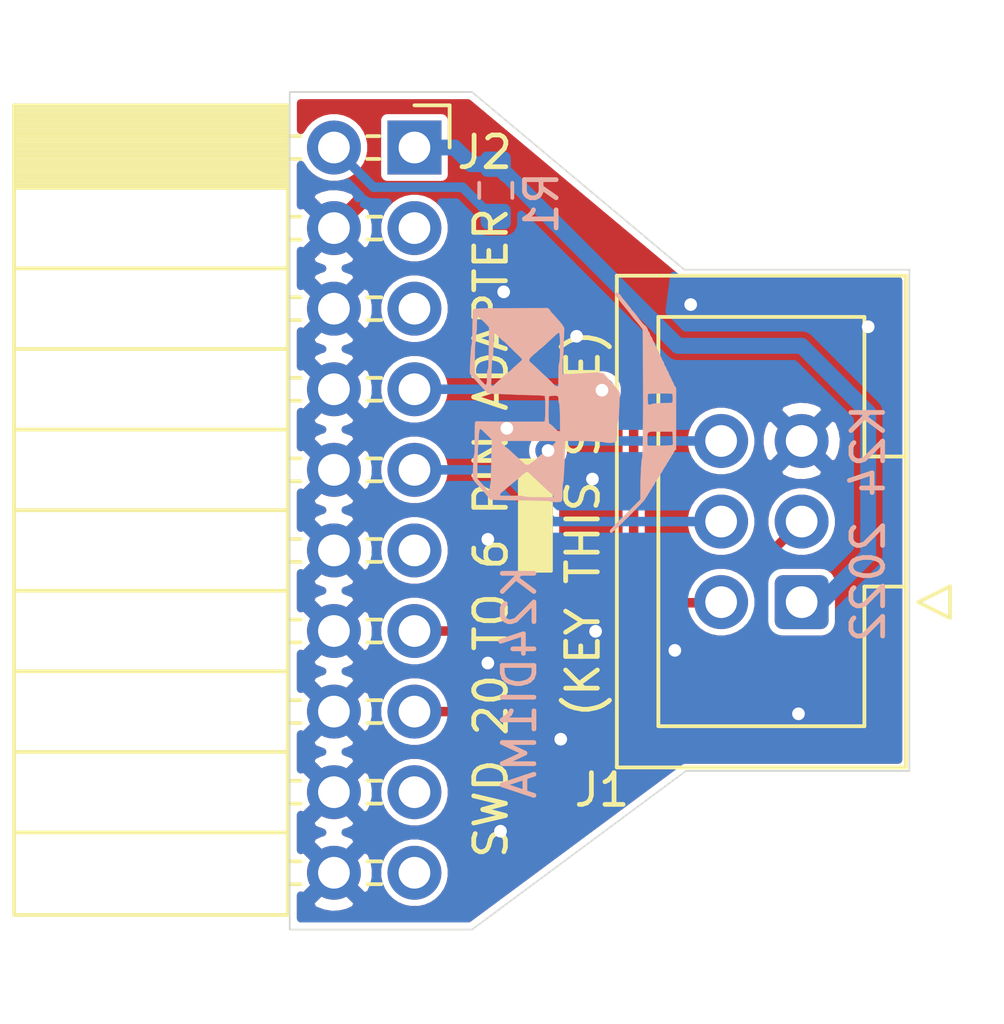
<source format=kicad_pcb>
(kicad_pcb (version 20171130) (host pcbnew "(5.1.10)-1")

  (general
    (thickness 1.6)
    (drawings 13)
    (tracks 92)
    (zones 0)
    (modules 4)
    (nets 13)
  )

  (page A4)
  (layers
    (0 F.Cu signal)
    (31 B.Cu signal)
    (32 B.Adhes user)
    (33 F.Adhes user)
    (34 B.Paste user)
    (35 F.Paste user)
    (36 B.SilkS user)
    (37 F.SilkS user)
    (38 B.Mask user)
    (39 F.Mask user)
    (40 Dwgs.User user)
    (41 Cmts.User user)
    (42 Eco1.User user)
    (43 Eco2.User user)
    (44 Edge.Cuts user)
    (45 Margin user)
    (46 B.CrtYd user hide)
    (47 F.CrtYd user)
    (48 B.Fab user hide)
    (49 F.Fab user hide)
  )

  (setup
    (last_trace_width 0.25)
    (user_trace_width 0.3)
    (user_trace_width 0.5)
    (trace_clearance 0.2)
    (zone_clearance 0.2)
    (zone_45_only no)
    (trace_min 0.2)
    (via_size 0.8)
    (via_drill 0.4)
    (via_min_size 0.4)
    (via_min_drill 0.3)
    (uvia_size 0.3)
    (uvia_drill 0.1)
    (uvias_allowed no)
    (uvia_min_size 0.2)
    (uvia_min_drill 0.1)
    (edge_width 0.05)
    (segment_width 0.2)
    (pcb_text_width 0.3)
    (pcb_text_size 1.5 1.5)
    (mod_edge_width 0.12)
    (mod_text_size 1 1)
    (mod_text_width 0.15)
    (pad_size 1.7 1.7)
    (pad_drill 1)
    (pad_to_mask_clearance 0)
    (aux_axis_origin 0 0)
    (visible_elements 7FFFFFFF)
    (pcbplotparams
      (layerselection 0x010fc_ffffffff)
      (usegerberextensions false)
      (usegerberattributes true)
      (usegerberadvancedattributes true)
      (creategerberjobfile true)
      (excludeedgelayer true)
      (linewidth 0.100000)
      (plotframeref false)
      (viasonmask false)
      (mode 1)
      (useauxorigin false)
      (hpglpennumber 1)
      (hpglpenspeed 20)
      (hpglpendiameter 15.000000)
      (psnegative false)
      (psa4output false)
      (plotreference true)
      (plotvalue true)
      (plotinvisibletext false)
      (padsonsilk false)
      (subtractmaskfromsilk false)
      (outputformat 1)
      (mirror false)
      (drillshape 0)
      (scaleselection 1)
      (outputdirectory "OUTPUT/"))
  )

  (net 0 "")
  (net 1 /SWO)
  (net 2 /SWCLK)
  (net 3 /SWDIO)
  (net 4 GND)
  (net 5 /RESET)
  (net 6 /VTREF)
  (net 7 "Net-(J2-Pad19)")
  (net 8 "Net-(J2-Pad17)")
  (net 9 "Net-(J2-Pad11)")
  (net 10 "Net-(J2-Pad5)")
  (net 11 "Net-(J2-Pad3)")
  (net 12 "Net-(J2-Pad2)")

  (net_class Default "This is the default net class."
    (clearance 0.2)
    (trace_width 0.25)
    (via_dia 0.8)
    (via_drill 0.4)
    (uvia_dia 0.3)
    (uvia_drill 0.1)
    (add_net /RESET)
    (add_net /SWCLK)
    (add_net /SWDIO)
    (add_net /SWO)
    (add_net /VTREF)
    (add_net GND)
    (add_net "Net-(J2-Pad11)")
    (add_net "Net-(J2-Pad17)")
    (add_net "Net-(J2-Pad19)")
    (add_net "Net-(J2-Pad2)")
    (add_net "Net-(J2-Pad3)")
    (add_net "Net-(J2-Pad5)")
  )

  (module K24LIB:logo_10 (layer B.Cu) (tedit 633B51C5) (tstamp 633BB1F3)
    (at 149.3 69.5 270)
    (fp_text reference G*** (at 0 0 90) (layer B.SilkS) hide
      (effects (font (size 1.524 1.524) (thickness 0.3)) (justify mirror))
    )
    (fp_text value LOGO (at 0.75 0 90) (layer B.SilkS) hide
      (effects (font (size 1.524 1.524) (thickness 0.3)) (justify mirror))
    )
    (fp_poly (pts (xy 3.787547 -1.0698) (xy 3.795059 -1.093778) (xy 3.784731 -1.110178) (xy 3.75541 -1.144849)
      (xy 3.709584 -1.195297) (xy 3.649747 -1.259023) (xy 3.578388 -1.333531) (xy 3.497999 -1.416325)
      (xy 3.41107 -1.504907) (xy 3.320092 -1.596782) (xy 3.227557 -1.689453) (xy 3.135956 -1.780423)
      (xy 3.047778 -1.867195) (xy 2.965516 -1.947273) (xy 2.891661 -2.01816) (xy 2.828702 -2.07736)
      (xy 2.779132 -2.122375) (xy 2.745441 -2.15071) (xy 2.731551 -2.159704) (xy 2.696186 -2.176832)
      (xy 2.657238 -2.203734) (xy 2.654648 -2.205868) (xy 2.622892 -2.229192) (xy 2.599444 -2.240867)
      (xy 2.59704 -2.241176) (xy 2.576531 -2.250076) (xy 2.545131 -2.272112) (xy 2.537275 -2.278529)
      (xy 2.503911 -2.302766) (xy 2.477651 -2.315375) (xy 2.473934 -2.315882) (xy 2.450471 -2.326085)
      (xy 2.427941 -2.345765) (xy 2.401516 -2.368178) (xy 2.382856 -2.375647) (xy 2.361252 -2.384351)
      (xy 2.326995 -2.406428) (xy 2.308412 -2.420471) (xy 2.271058 -2.446997) (xy 2.240749 -2.463078)
      (xy 2.231651 -2.465294) (xy 2.205932 -2.475026) (xy 2.184686 -2.491441) (xy 2.153581 -2.514945)
      (xy 2.110983 -2.539394) (xy 2.102509 -2.543494) (xy 2.067761 -2.562787) (xy 2.048387 -2.579551)
      (xy 2.046941 -2.583395) (xy 2.034088 -2.596148) (xy 2.003667 -2.606895) (xy 1.961644 -2.624469)
      (xy 1.933 -2.646669) (xy 1.899301 -2.675289) (xy 1.86048 -2.698917) (xy 1.752685 -2.757035)
      (xy 1.6816 -2.805707) (xy 1.649754 -2.827822) (xy 1.626888 -2.838615) (xy 1.624995 -2.838824)
      (xy 1.605082 -2.847702) (xy 1.574026 -2.869691) (xy 1.566099 -2.876176) (xy 1.532735 -2.900414)
      (xy 1.506475 -2.913022) (xy 1.502758 -2.913529) (xy 1.479045 -2.923723) (xy 1.457981 -2.942068)
      (xy 1.422981 -2.968087) (xy 1.392922 -2.980453) (xy 1.354402 -2.998665) (xy 1.320029 -3.02662)
      (xy 1.288528 -3.051995) (xy 1.259117 -3.062932) (xy 1.258467 -3.062941) (xy 1.229728 -3.073602)
      (xy 1.198922 -3.099345) (xy 1.198087 -3.100294) (xy 1.165609 -3.137647) (xy -0.771136 -3.137647)
      (xy -0.821765 -3.100294) (xy -0.859411 -3.07669) (xy -0.89101 -3.06377) (xy -0.897358 -3.062941)
      (xy -0.9259 -3.054137) (xy -0.960569 -3.032845) (xy -0.961926 -3.03179) (xy -1.00439 -3.006278)
      (xy -1.053903 -2.986496) (xy -1.057323 -2.985534) (xy -1.102735 -2.968383) (xy -1.139861 -2.94646)
      (xy -1.143 -2.943826) (xy -1.178397 -2.922895) (xy -1.223768 -2.908197) (xy -1.226861 -2.907613)
      (xy -1.270543 -2.893464) (xy -1.304306 -2.871943) (xy -1.306278 -2.869893) (xy -1.338974 -2.847197)
      (xy -1.380984 -2.83254) (xy -1.42339 -2.817738) (xy -1.4554 -2.795508) (xy -1.486753 -2.774619)
      (xy -1.53062 -2.75986) (xy -1.537107 -2.758673) (xy -1.581624 -2.745233) (xy -1.603519 -2.731981)
      (xy -0.598565 -2.731981) (xy -0.598085 -2.819512) (xy -0.597083 -2.896796) (xy -0.595541 -2.95882)
      (xy -0.593446 -3.00057) (xy -0.591028 -3.016739) (xy -0.572242 -3.024233) (xy -0.532142 -3.029466)
      (xy -0.479162 -3.032372) (xy -0.421737 -3.032886) (xy -0.368303 -3.030941) (xy -0.327294 -3.026473)
      (xy -0.307145 -3.019416) (xy -0.306806 -3.018946) (xy -0.303725 -3.000275) (xy -0.300257 -2.956518)
      (xy -0.296666 -2.892465) (xy -0.293216 -2.812906) (xy -0.29017 -2.72263) (xy -0.289797 -2.709616)
      (xy -0.285779 -2.593077) (xy -0.280923 -2.503675) (xy -0.276284 -2.452868) (xy 0.599048 -2.452868)
      (xy 0.599716 -2.553792) (xy 0.601121 -2.665242) (xy 0.605118 -3.025588) (xy 0.784412 -3.033789)
      (xy 0.855493 -3.037221) (xy 0.916029 -3.040483) (xy 0.959556 -3.043203) (xy 0.979527 -3.044995)
      (xy 1.003306 -3.039168) (xy 1.019195 -3.029324) (xy 1.026713 -3.019873) (xy 1.032686 -3.002338)
      (xy 1.037376 -2.973263) (xy 1.041045 -2.929193) (xy 1.043955 -2.866672) (xy 1.046366 -2.782246)
      (xy 1.048541 -2.672458) (xy 1.049205 -2.632947) (xy 1.050867 -2.510453) (xy 1.051323 -2.41488)
      (xy 1.050477 -2.343287) (xy 1.048232 -2.292733) (xy 1.044493 -2.260279) (xy 1.039164 -2.242983)
      (xy 1.036361 -2.239474) (xy 1.01219 -2.232646) (xy 0.961753 -2.228674) (xy 0.888549 -2.227746)
      (xy 0.836031 -2.228704) (xy 0.766559 -2.230293) (xy 0.711963 -2.232947) (xy 0.670498 -2.239909)
      (xy 0.640418 -2.254424) (xy 0.619979 -2.279733) (xy 0.607434 -2.319082) (xy 0.601039 -2.375712)
      (xy 0.599048 -2.452868) (xy -0.276284 -2.452868) (xy -0.274987 -2.438673) (xy -0.267732 -2.395332)
      (xy -0.260284 -2.373352) (xy -0.240918 -2.317329) (xy -0.246387 -2.273868) (xy -0.256988 -2.259106)
      (xy -0.278304 -2.251794) (xy -0.320808 -2.24624) (xy -0.376772 -2.242572) (xy -0.43847 -2.240918)
      (xy -0.498175 -2.241406) (xy -0.548161 -2.244166) (xy -0.580702 -2.249327) (xy -0.588613 -2.253587)
      (xy -0.591349 -2.272438) (xy -0.593674 -2.316143) (xy -0.595571 -2.379688) (xy -0.597024 -2.458059)
      (xy -0.598018 -2.546241) (xy -0.598537 -2.63922) (xy -0.598565 -2.731981) (xy -1.603519 -2.731981)
      (xy -1.616404 -2.724183) (xy -1.619574 -2.721) (xy -1.652655 -2.697909) (xy -1.694749 -2.683129)
      (xy -1.737155 -2.668326) (xy -1.769165 -2.646096) (xy -1.800518 -2.625207) (xy -1.844385 -2.610448)
      (xy -1.850872 -2.609262) (xy -1.895869 -2.595379) (xy -1.931516 -2.57331) (xy -1.934677 -2.570109)
      (xy -1.967516 -2.547134) (xy -1.995816 -2.54) (xy -2.029338 -2.530631) (xy -2.067927 -2.50759)
      (xy -2.074099 -2.502647) (xy -2.110294 -2.478129) (xy -2.142478 -2.465682) (xy -2.147048 -2.465294)
      (xy -2.17675 -2.456752) (xy -2.215409 -2.435493) (xy -2.226235 -2.427941) (xy -2.265965 -2.404129)
      (xy -2.301879 -2.391304) (xy -2.309133 -2.390588) (xy -2.341464 -2.380775) (xy -2.37772 -2.356793)
      (xy -2.381706 -2.353235) (xy -2.418355 -2.327973) (xy -2.454167 -2.316027) (xy -2.457447 -2.315882)
      (xy -2.492081 -2.306473) (xy -2.531255 -2.283346) (xy -2.537275 -2.278529) (xy -2.573621 -2.253997)
      (xy -2.606118 -2.241559) (xy -2.610722 -2.241176) (xy -2.639122 -2.232643) (xy -2.676529 -2.211534)
      (xy -2.71348 -2.184589) (xy -2.740511 -2.158547) (xy -2.748632 -2.142965) (xy -2.760548 -2.125538)
      (xy -2.793241 -2.094049) (xy -2.843078 -2.051674) (xy -2.906426 -2.001589) (xy -2.935941 -1.979203)
      (xy -2.970906 -1.952497) (xy -3.020026 -1.914383) (xy -3.074077 -1.872064) (xy -3.123837 -1.832746)
      (xy -3.141591 -1.818576) (xy -3.181011 -1.784644) (xy -3.215256 -1.751853) (xy -3.242281 -1.728159)
      (xy -3.26197 -1.718236) (xy -3.262034 -1.718235) (xy -3.282189 -1.708699) (xy -3.307898 -1.687469)
      (xy -3.337817 -1.660681) (xy -3.379969 -1.625783) (xy -3.406588 -1.604781) (xy -3.472214 -1.55373)
      (xy -3.519187 -1.516125) (xy -3.55281 -1.487551) (xy -3.578386 -1.463591) (xy -3.588785 -1.453029)
      (xy -3.61637 -1.429079) (xy -3.637136 -1.418775) (xy -3.656311 -1.409207) (xy -3.689251 -1.385142)
      (xy -3.718238 -1.360942) (xy -3.761009 -1.314655) (xy -3.775092 -1.275691) (xy -3.760577 -1.243322)
      (xy -3.735067 -1.225055) (xy -3.719598 -1.219182) (xy -3.703199 -1.221456) (xy -3.68092 -1.234984)
      (xy -3.647813 -1.26287) (xy -3.59893 -1.30822) (xy -3.591781 -1.314972) (xy -3.565845 -1.336466)
      (xy -3.550038 -1.344706) (xy -3.534776 -1.353736) (xy -3.501162 -1.378433) (xy -3.453697 -1.41521)
      (xy -3.396881 -1.46048) (xy -3.335213 -1.510655) (xy -3.273193 -1.562148) (xy -3.215323 -1.611371)
      (xy -3.212689 -1.613647) (xy -3.179824 -1.640628) (xy -3.132185 -1.678002) (xy -3.079087 -1.718482)
      (xy -3.069441 -1.725706) (xy -3.016613 -1.765912) (xy -2.967821 -1.804369) (xy -2.932244 -1.833818)
      (xy -2.927771 -1.837765) (xy -2.859779 -1.897156) (xy -2.795076 -1.95073) (xy -2.762089 -1.976485)
      (xy -2.727608 -2.002589) (xy -2.684609 -2.035239) (xy -2.671603 -2.045133) (xy -2.616442 -2.087119)
      (xy -1.668929 -2.095528) (xy -1.420868 -2.097464) (xy -1.171695 -2.098902) (xy -0.923285 -2.099858)
      (xy -0.677514 -2.100346) (xy -0.436257 -2.100384) (xy -0.201387 -2.099987) (xy 0.025218 -2.099172)
      (xy 0.241686 -2.097953) (xy 0.44614 -2.096347) (xy 0.636706 -2.09437) (xy 0.811508 -2.092038)
      (xy 0.968673 -2.089367) (xy 1.106324 -2.086372) (xy 1.222587 -2.08307) (xy 1.315587 -2.079476)
      (xy 1.383449 -2.075606) (xy 1.424298 -2.071477) (xy 1.434353 -2.069189) (xy 1.470366 -2.060704)
      (xy 1.532532 -2.052429) (xy 1.617121 -2.044564) (xy 1.720401 -2.037304) (xy 1.838645 -2.030848)
      (xy 1.96812 -2.025393) (xy 2.105098 -2.021136) (xy 2.245849 -2.018276) (xy 2.386643 -2.017008)
      (xy 2.420783 -2.016964) (xy 2.742331 -2.017059) (xy 3.219598 -1.538933) (xy 3.318586 -1.44013)
      (xy 3.411707 -1.347878) (xy 3.496727 -1.264343) (xy 3.57141 -1.191688) (xy 3.633522 -1.132076)
      (xy 3.680827 -1.087674) (xy 3.71109 -1.060643) (xy 3.721445 -1.053006) (xy 3.760093 -1.051568)
      (xy 3.787547 -1.0698)) (layer B.SilkS) (width 0.01))
    (fp_poly (pts (xy -1.100001 3.258817) (xy -1.036224 3.203702) (xy -0.968632 3.143658) (xy -0.908224 3.08851)
      (xy -0.886743 3.068317) (xy -0.828117 3.012692) (xy -0.761699 2.950009) (xy -0.701577 2.893564)
      (xy -0.699978 2.892068) (xy -0.605118 2.803372) (xy -0.593727 2.615657) (xy -0.588372 2.518899)
      (xy -0.582482 2.397565) (xy -0.576261 2.256951) (xy -0.569916 2.102353) (xy -0.56365 1.939067)
      (xy -0.557669 1.77239) (xy -0.552179 1.607619) (xy -0.547385 1.450049) (xy -0.544509 1.345213)
      (xy -0.540985 1.237037) (xy -0.536565 1.145693) (xy -0.531481 1.074445) (xy -0.525966 1.026556)
      (xy -0.520262 1.005302) (xy -0.50022 0.998763) (xy -0.455249 0.993447) (xy -0.390277 0.989344)
      (xy -0.310232 0.986447) (xy -0.220043 0.984748) (xy -0.124637 0.98424) (xy -0.028943 0.984914)
      (xy 0.062111 0.986762) (xy 0.143597 0.989777) (xy 0.210587 0.993952) (xy 0.258152 0.999277)
      (xy 0.281365 1.005746) (xy 0.282259 1.006574) (xy 0.285793 1.019739) (xy 0.288726 1.050891)
      (xy 0.291071 1.101393) (xy 0.292844 1.172605) (xy 0.294056 1.265889) (xy 0.294722 1.382605)
      (xy 0.294855 1.524116) (xy 0.294819 1.539834) (xy 0.894998 1.539834) (xy 0.895004 1.527157)
      (xy 0.895235 1.371197) (xy 0.89575 1.224117) (xy 0.896518 1.088646) (xy 0.897511 0.967509)
      (xy 0.898699 0.863436) (xy 0.900052 0.779152) (xy 0.90154 0.717385) (xy 0.903134 0.680862)
      (xy 0.904299 0.671775) (xy 0.924368 0.65801) (xy 0.953319 0.669494) (xy 0.992695 0.70703)
      (xy 1.009187 0.726426) (xy 1.072244 0.801297) (xy 1.136357 0.872412) (xy 1.16647 0.904467)
      (xy 1.187651 0.930966) (xy 1.195294 0.947718) (xy 1.204704 0.966778) (xy 1.225573 0.992016)
      (xy 1.248529 1.017431) (xy 1.284267 1.058748) (xy 1.326603 1.108779) (xy 1.345927 1.13194)
      (xy 1.405443 1.202945) (xy 1.454435 1.259593) (xy 1.500898 1.31098) (xy 1.539999 1.352702)
      (xy 1.561168 1.379054) (xy 1.568824 1.395553) (xy 1.577908 1.413388) (xy 1.600843 1.443944)
      (xy 1.613647 1.459047) (xy 1.648108 1.507908) (xy 1.659443 1.553668) (xy 1.657834 1.559803)
      (xy 1.87102 1.559803) (xy 1.888296 1.520612) (xy 1.929705 1.471134) (xy 1.93459 1.466055)
      (xy 1.993627 1.404657) (xy 2.062475 1.332244) (xy 2.137491 1.252728) (xy 2.215031 1.170023)
      (xy 2.291453 1.088039) (xy 2.363113 1.010691) (xy 2.426368 0.941889) (xy 2.477575 0.885546)
      (xy 2.51309 0.845575) (xy 2.521098 0.836226) (xy 2.542101 0.810723) (xy 2.571279 0.774705)
      (xy 2.579112 0.764956) (xy 2.618143 0.728146) (xy 2.650307 0.720133) (xy 2.659361 0.721996)
      (xy 2.666452 0.726846) (xy 2.671768 0.737893) (xy 2.675496 0.758349) (xy 2.677823 0.791427)
      (xy 2.678938 0.840338) (xy 2.679026 0.908293) (xy 2.678275 0.998504) (xy 2.676873 1.114182)
      (xy 2.676219 1.164606) (xy 2.674105 1.301123) (xy 2.671579 1.410753) (xy 2.668475 1.496493)
      (xy 2.664626 1.561337) (xy 2.659868 1.608281) (xy 2.654033 1.640321) (xy 2.648983 1.656058)
      (xy 2.641674 1.679961) (xy 2.636332 1.714247) (xy 2.632783 1.762727) (xy 2.630856 1.82921)
      (xy 2.630377 1.917507) (xy 2.631175 2.031429) (xy 2.631337 2.045999) (xy 2.631978 2.144271)
      (xy 2.631639 2.232929) (xy 2.630413 2.307466) (xy 2.628391 2.363379) (xy 2.625665 2.396162)
      (xy 2.624074 2.402459) (xy 2.59959 2.419879) (xy 2.565834 2.410265) (xy 2.524522 2.374372)
      (xy 2.503653 2.3495) (xy 2.461809 2.297546) (xy 2.412922 2.239321) (xy 2.382045 2.203824)
      (xy 2.340021 2.155056) (xy 2.289586 2.09446) (xy 2.240573 2.033876) (xy 2.233168 2.024529)
      (xy 2.169067 1.944797) (xy 2.105665 1.868587) (xy 2.047698 1.801426) (xy 1.999905 1.748839)
      (xy 1.975971 1.724545) (xy 1.952249 1.697651) (xy 1.942353 1.678065) (xy 1.942353 1.678038)
      (xy 1.932389 1.65894) (xy 1.908092 1.631542) (xy 1.905 1.628588) (xy 1.876911 1.594022)
      (xy 1.87102 1.559803) (xy 1.657834 1.559803) (xy 1.646899 1.601493) (xy 1.609726 1.656551)
      (xy 1.580029 1.690166) (xy 1.535329 1.738412) (xy 1.479403 1.799357) (xy 1.420989 1.863461)
      (xy 1.389529 1.898197) (xy 1.333691 1.959687) (xy 1.275307 2.023425) (xy 1.223099 2.079912)
      (xy 1.199113 2.10558) (xy 1.161727 2.146635) (xy 1.134013 2.17956) (xy 1.121049 2.198265)
      (xy 1.120672 2.199708) (xy 1.110851 2.214577) (xy 1.084698 2.245008) (xy 1.047057 2.285481)
      (xy 1.029689 2.303429) (xy 0.981773 2.350213) (xy 0.948808 2.376507) (xy 0.92691 2.385021)
      (xy 0.916688 2.382251) (xy 0.911899 2.376023) (xy 0.907843 2.362438) (xy 0.904464 2.339258)
      (xy 0.901706 2.304244) (xy 0.899511 2.25516) (xy 0.897823 2.189767) (xy 0.896585 2.105826)
      (xy 0.89574 2.001101) (xy 0.895232 1.873353) (xy 0.895004 1.720343) (xy 0.894998 1.539834)
      (xy 0.294819 1.539834) (xy 0.294469 1.691783) (xy 0.293577 1.886966) (xy 0.292606 2.048721)
      (xy 0.291427 2.222324) (xy 0.290198 2.38829) (xy 0.288945 2.544017) (xy 0.287694 2.686903)
      (xy 0.286471 2.814345) (xy 0.2853 2.923741) (xy 0.284208 3.01249) (xy 0.283704 3.045946)
      (xy 0.525153 3.045946) (xy 0.525605 3.0211) (xy 0.54934 2.985757) (xy 0.587544 2.944668)
      (xy 0.628851 2.902651) (xy 0.681969 2.848262) (xy 0.737978 2.790646) (xy 0.761614 2.76624)
      (xy 0.81114 2.716108) (xy 0.845847 2.684662) (xy 0.870905 2.668372) (xy 0.891482 2.663706)
      (xy 0.90835 2.666011) (xy 0.931485 2.668352) (xy 0.981217 2.671103) (xy 1.054266 2.674154)
      (xy 1.147352 2.677397) (xy 1.257196 2.680723) (xy 1.380515 2.684022) (xy 1.514031 2.687185)
      (xy 1.601588 2.689053) (xy 1.778218 2.69296) (xy 1.926303 2.696903) (xy 2.047182 2.700943)
      (xy 2.142194 2.705143) (xy 2.212677 2.709564) (xy 2.259968 2.714267) (xy 2.285407 2.719314)
      (xy 2.288456 2.720609) (xy 2.327564 2.732887) (xy 2.373938 2.736895) (xy 2.374119 2.736888)
      (xy 2.415012 2.740067) (xy 2.444291 2.75042) (xy 2.445516 2.751362) (xy 2.463938 2.78248)
      (xy 2.457422 2.816489) (xy 2.431676 2.840669) (xy 2.396974 2.86596) (xy 2.378535 2.886018)
      (xy 2.354141 2.90809) (xy 2.337447 2.913529) (xy 2.318095 2.920562) (xy 2.315882 2.926087)
      (xy 2.305098 2.940309) (xy 2.275964 2.968844) (xy 2.233307 3.007145) (xy 2.196183 3.038842)
      (xy 2.076484 3.139038) (xy 1.684448 3.131286) (xy 1.464381 3.125822) (xy 1.258721 3.118188)
      (xy 1.055619 3.107802) (xy 0.843226 3.094081) (xy 0.679973 3.081973) (xy 0.600689 3.073935)
      (xy 0.549632 3.062742) (xy 0.525153 3.045946) (xy 0.283704 3.045946) (xy 0.28322 3.077987)
      (xy 0.282363 3.117632) (xy 0.281957 3.127458) (xy 0.285084 3.175592) (xy 0.299587 3.1982)
      (xy 0.319327 3.201506) (xy 0.365363 3.204531) (xy 0.434107 3.207179) (xy 0.521973 3.209355)
      (xy 0.625375 3.210964) (xy 0.740725 3.21191) (xy 0.822175 3.212124) (xy 0.96457 3.212425)
      (xy 1.079833 3.213256) (xy 1.170715 3.214722) (xy 1.239965 3.21693) (xy 1.290331 3.219986)
      (xy 1.324563 3.223997) (xy 1.345409 3.229069) (xy 1.352587 3.232633) (xy 1.372248 3.239975)
      (xy 1.409867 3.246256) (xy 1.468029 3.251683) (xy 1.549318 3.256461) (xy 1.656318 3.260799)
      (xy 1.73591 3.263335) (xy 2.089761 3.273757) (xy 2.146792 3.231623) (xy 2.189644 3.197905)
      (xy 2.241017 3.15463) (xy 2.277269 3.12248) (xy 2.324084 3.079853) (xy 2.369621 3.038524)
      (xy 2.396799 3.013959) (xy 2.431957 2.982255) (xy 2.460814 2.956181) (xy 2.465294 2.952122)
      (xy 2.499861 2.922371) (xy 2.549915 2.881175) (xy 2.607155 2.835174) (xy 2.663278 2.791005)
      (xy 2.709983 2.755308) (xy 2.726765 2.743028) (xy 2.732867 2.737913) (xy 2.738118 2.730428)
      (xy 2.742618 2.71834) (xy 2.746464 2.699413) (xy 2.749755 2.671413) (xy 2.752589 2.632105)
      (xy 2.755064 2.579254) (xy 2.75728 2.510627) (xy 2.759334 2.423989) (xy 2.761325 2.317104)
      (xy 2.763352 2.187738) (xy 2.765511 2.033657) (xy 2.767903 1.852626) (xy 2.76871 1.790424)
      (xy 2.771337 1.595172) (xy 2.773828 1.427712) (xy 2.776258 1.285952) (xy 2.778698 1.167801)
      (xy 2.781223 1.07117) (xy 2.783903 0.993968) (xy 2.786814 0.934103) (xy 2.790026 0.889486)
      (xy 2.793614 0.858026) (xy 2.79765 0.837632) (xy 2.802207 0.826214) (xy 2.802328 0.826026)
      (xy 2.81448 0.792665) (xy 2.821537 0.736039) (xy 2.823881 0.653037) (xy 2.823882 0.650467)
      (xy 2.823456 0.58159) (xy 2.819596 0.530447) (xy 2.808432 0.494401) (xy 2.786093 0.47081)
      (xy 2.748708 0.457037) (xy 2.692408 0.450442) (xy 2.61332 0.448386) (xy 2.527288 0.448235)
      (xy 2.442437 0.447238) (xy 2.364866 0.444489) (xy 2.300986 0.440351) (xy 2.257207 0.435188)
      (xy 2.244428 0.432189) (xy 2.207634 0.423906) (xy 2.15177 0.416465) (xy 2.087646 0.411241)
      (xy 2.074111 0.410553) (xy 2.009395 0.407235) (xy 1.925808 0.402368) (xy 1.834278 0.396615)
      (xy 1.748118 0.390804) (xy 1.667396 0.386214) (xy 1.565767 0.382072) (xy 1.452205 0.378651)
      (xy 1.335684 0.376223) (xy 1.230741 0.375087) (xy 1.116665 0.374011) (xy 1.029772 0.37194)
      (xy 0.967371 0.368711) (xy 0.926775 0.364157) (xy 0.905295 0.358114) (xy 0.90114 0.354853)
      (xy 0.897091 0.334187) (xy 0.894426 0.287653) (xy 0.893038 0.219227) (xy 0.892817 0.132886)
      (xy 0.893655 0.032607) (xy 0.895443 -0.077634) (xy 0.898073 -0.19386) (xy 0.901436 -0.312094)
      (xy 0.905422 -0.42836) (xy 0.909925 -0.538681) (xy 0.914834 -0.63908) (xy 0.920042 -0.725581)
      (xy 0.925439 -0.794208) (xy 0.930917 -0.840982) (xy 0.934256 -0.857098) (xy 0.947329 -0.92055)
      (xy 0.954363 -0.997503) (xy 0.955188 -1.076946) (xy 0.949633 -1.147871) (xy 0.939461 -1.194131)
      (xy 0.915677 -1.234212) (xy 0.886194 -1.256126) (xy 0.858731 -1.26102) (xy 0.807702 -1.265157)
      (xy 0.739419 -1.268203) (xy 0.660196 -1.269824) (xy 0.623882 -1.27) (xy 0.540874 -1.2709)
      (xy 0.465096 -1.273374) (xy 0.403181 -1.277087) (xy 0.361765 -1.2817) (xy 0.352178 -1.283795)
      (xy 0.292554 -1.300083) (xy 0.230985 -1.313025) (xy 0.162214 -1.323222) (xy 0.080988 -1.331274)
      (xy -0.017949 -1.33778) (xy -0.13985 -1.34334) (xy -0.18403 -1.344998) (xy -0.282719 -1.348869)
      (xy -0.373148 -1.352998) (xy -0.45041 -1.357116) (xy -0.509602 -1.360952) (xy -0.545816 -1.364235)
      (xy -0.552824 -1.365345) (xy -0.596684 -1.366198) (xy -0.62544 -1.359092) (xy -0.649657 -1.343971)
      (xy -0.691253 -1.312819) (xy -0.745416 -1.269615) (xy -0.807329 -1.218337) (xy -0.872177 -1.162963)
      (xy -0.935146 -1.10747) (xy -0.983536 -1.063235) (xy -1.018449 -1.0321) (xy -1.067044 -0.99061)
      (xy -1.119624 -0.947026) (xy -1.126914 -0.941095) (xy -1.174347 -0.899328) (xy -1.213595 -0.858785)
      (xy -1.237564 -0.826944) (xy -1.240118 -0.821764) (xy -1.246763 -0.787614) (xy -1.250369 -0.726586)
      (xy -1.250997 -0.641523) (xy -1.248709 -0.535267) (xy -1.243568 -0.410663) (xy -1.235637 -0.270551)
      (xy -1.224978 -0.117777) (xy -1.224543 -0.112059) (xy -1.217914 -0.015262) (xy -1.212099 0.088088)
      (xy -1.20768 0.18637) (xy -1.205238 0.267961) (xy -1.205101 0.276412) (xy -1.202765 0.440765)
      (xy -1.426882 0.445149) (xy -1.514721 0.445699) (xy -1.594711 0.444029) (xy -1.660073 0.440414)
      (xy -1.704026 0.435132) (xy -1.710765 0.433612) (xy -1.744914 0.428163) (xy -1.802855 0.422853)
      (xy -1.878499 0.418077) (xy -1.965755 0.414225) (xy -2.046941 0.411922) (xy -2.149931 0.409337)
      (xy -2.256713 0.405907) (xy -2.358069 0.401976) (xy -2.444782 0.397892) (xy -2.489095 0.395308)
      (xy -2.562012 0.390876) (xy -2.612448 0.389509) (xy -2.647729 0.392099) (xy -2.675176 0.399538)
      (xy -2.702115 0.412718) (xy -2.720683 0.423519) (xy -2.767466 0.455204) (xy -2.822036 0.497787)
      (xy -2.863497 0.533847) (xy -2.89357 0.561119) (xy -2.509373 0.561119) (xy -2.507223 0.551906)
      (xy -2.504525 0.54486) (xy -2.48744 0.537904) (xy -2.444921 0.532112) (xy -2.381393 0.527483)
      (xy -2.301283 0.524016) (xy -2.209015 0.52171) (xy -2.109015 0.520562) (xy -2.005709 0.520572)
      (xy -1.903523 0.521738) (xy -1.806882 0.524058) (xy -1.720211 0.527532) (xy -1.647937 0.532158)
      (xy -1.594484 0.537933) (xy -1.564278 0.544858) (xy -1.563611 0.545162) (xy -1.540494 0.552876)
      (xy -1.505315 0.55893) (xy -1.454508 0.563562) (xy -1.384511 0.567011) (xy -1.291758 0.569514)
      (xy -1.172882 0.571309) (xy -0.829235 0.575235) (xy -0.824387 0.617573) (xy -0.825107 0.63796)
      (xy -0.834201 0.660301) (xy -0.841402 0.670251) (xy -0.531243 0.670251) (xy -0.524572 0.619029)
      (xy -0.505103 0.58788) (xy -0.469878 0.572299) (xy -0.415941 0.567783) (xy -0.411008 0.567765)
      (xy -0.356253 0.564243) (xy -0.307109 0.555282) (xy -0.28859 0.549088) (xy -0.256083 0.541654)
      (xy -0.194096 0.535157) (xy -0.102524 0.529589) (xy 0.018736 0.524945) (xy 0.127 0.522112)
      (xy 0.257017 0.519165) (xy 0.360256 0.516889) (xy 0.439818 0.515508) (xy 0.498805 0.515244)
      (xy 0.540318 0.516321) (xy 0.567458 0.518962) (xy 0.583327 0.523388) (xy 0.591025 0.529824)
      (xy 0.593653 0.538492) (xy 0.594314 0.549615) (xy 0.594825 0.555734) (xy 0.593414 0.577854)
      (xy 0.581584 0.602434) (xy 0.555741 0.634372) (xy 0.512288 0.678565) (xy 0.486501 0.70331)
      (xy 0.439586 0.749573) (xy 0.402191 0.789678) (xy 0.378931 0.818478) (xy 0.373529 0.829305)
      (xy 0.371506 0.84561) (xy 0.363391 0.858512) (xy 0.346116 0.868384) (xy 0.316615 0.875598)
      (xy 0.271819 0.880527) (xy 0.208662 0.883543) (xy 0.124076 0.885018) (xy 0.014993 0.885324)
      (xy -0.085362 0.885008) (xy -0.193513 0.884103) (xy -0.291832 0.882481) (xy -0.376375 0.880271)
      (xy -0.443197 0.877603) (xy -0.488356 0.874606) (xy -0.507907 0.871408) (xy -0.508258 0.871135)
      (xy -0.514586 0.851334) (xy -0.521368 0.810018) (xy -0.527288 0.755505) (xy -0.528073 0.746047)
      (xy -0.531243 0.670251) (xy -0.841402 0.670251) (xy -0.854907 0.688911) (xy -0.890462 0.728102)
      (xy -0.944105 0.78219) (xy -0.958858 0.796715) (xy -1.017786 0.855405) (xy -1.074765 0.913605)
      (xy -1.123235 0.964526) (xy -1.156227 1.000906) (xy -1.186648 1.034874) (xy -1.232884 1.084828)
      (xy -1.289871 1.145375) (xy -1.352549 1.211122) (xy -1.390724 1.250761) (xy -1.450388 1.31324)
      (xy -1.503422 1.370239) (xy -1.545974 1.417504) (xy -1.574191 1.450778) (xy -1.583464 1.463673)
      (xy -1.611977 1.488691) (xy -1.646602 1.494118) (xy -1.675367 1.489647) (xy -1.70556 1.473424)
      (xy -1.743462 1.441238) (xy -1.780547 1.404272) (xy -1.820435 1.361852) (xy -1.850716 1.327221)
      (xy -1.866472 1.306097) (xy -1.867647 1.303018) (xy -1.877517 1.287135) (xy -1.903002 1.258041)
      (xy -1.928281 1.232246) (xy -1.9677 1.190971) (xy -2.001799 1.150732) (xy -2.015228 1.13228)
      (xy -2.036738 1.103903) (xy -2.072951 1.060955) (xy -2.117875 1.010423) (xy -2.145095 0.98089)
      (xy -2.242121 0.877071) (xy -2.320645 0.792842) (xy -2.382536 0.725933) (xy -2.429665 0.674076)
      (xy -2.463904 0.635) (xy -2.487124 0.606436) (xy -2.501195 0.586114) (xy -2.507987 0.571765)
      (xy -2.509373 0.561119) (xy -2.89357 0.561119) (xy -2.918893 0.584083) (xy -2.980737 0.638619)
      (xy -3.019996 0.672353) (xy -3.067015 0.713512) (xy -3.110171 0.753668) (xy -3.136856 0.780676)
      (xy -3.165426 0.807681) (xy -3.187792 0.821351) (xy -3.190473 0.821765) (xy -3.210448 0.83173)
      (xy -3.239721 0.856469) (xy -3.247688 0.864482) (xy -3.288613 0.907198) (xy -3.284101 2.04857)
      (xy -3.283229 2.264826) (xy -3.282366 2.453179) (xy -3.281522 2.595433) (xy -2.491361 2.595433)
      (xy -2.491102 2.577651) (xy -2.47594 2.551325) (xy -2.443697 2.51306) (xy -2.392196 2.459459)
      (xy -2.368176 2.435412) (xy -2.318866 2.385319) (xy -2.278484 2.342321) (xy -2.251199 2.310994)
      (xy -2.241177 2.295915) (xy -2.241176 2.295915) (xy -2.23114 2.281202) (xy -2.203542 2.249653)
      (xy -2.16215 2.20536) (xy -2.110732 2.152417) (xy -2.088029 2.129562) (xy -2.019242 2.060031)
      (xy -1.944978 1.983774) (xy -1.874143 1.910002) (xy -1.815646 1.847926) (xy -1.815353 1.84761)
      (xy -1.766435 1.796934) (xy -1.722959 1.75559) (xy -1.689818 1.727997) (xy -1.672426 1.718544)
      (xy -1.649546 1.728905) (xy -1.617544 1.755619) (xy -1.599806 1.774265) (xy -1.501524 1.885496)
      (xy -1.4223 1.973745) (xy -1.362115 2.039031) (xy -1.320953 2.081374) (xy -1.311088 2.09073)
      (xy -1.284182 2.118774) (xy -1.270453 2.139813) (xy -1.27 2.1423) (xy -1.260469 2.159226)
      (xy -1.235242 2.191323) (xy -1.199369 2.232254) (xy -1.191559 2.24073) (xy -1.138917 2.298362)
      (xy -1.08113 2.36308) (xy -1.038412 2.411981) (xy -0.988283 2.468291) (xy -0.932461 2.528096)
      (xy -0.889347 2.572123) (xy -0.85005 2.612856) (xy -0.830167 2.640025) (xy -0.826317 2.659391)
      (xy -0.831211 2.671164) (xy -0.857567 2.692663) (xy -0.875687 2.696882) (xy -0.897721 2.696456)
      (xy -0.945394 2.695255) (xy -1.014479 2.693394) (xy -1.100746 2.690991) (xy -1.199966 2.688161)
      (xy -1.305017 2.685104) (xy -1.434523 2.680919) (xy -1.536996 2.676675) (xy -1.615284 2.672156)
      (xy -1.672234 2.667146) (xy -1.710695 2.661427) (xy -1.733515 2.654784) (xy -1.738388 2.652165)
      (xy -1.756853 2.644777) (xy -1.789427 2.638804) (xy -1.839301 2.634015) (xy -1.909668 2.630177)
      (xy -2.003722 2.627056) (xy -2.116646 2.624567) (xy -2.215898 2.622314) (xy -2.305441 2.619509)
      (xy -2.380851 2.616353) (xy -2.437709 2.613048) (xy -2.471592 2.609795) (xy -2.478893 2.608065)
      (xy -2.491361 2.595433) (xy -3.281522 2.595433) (xy -3.281402 2.615608) (xy -3.280228 2.75409)
      (xy -3.278732 2.870606) (xy -3.276805 2.967133) (xy -3.274338 3.045652) (xy -3.271381 3.104916)
      (xy -3.018118 3.104916) (xy -3.007975 3.087271) (xy -2.980557 3.053784) (xy -2.940376 3.009062)
      (xy -2.891943 2.957714) (xy -2.839772 2.904347) (xy -2.788375 2.853569) (xy -2.742265 2.809989)
      (xy -2.705954 2.778214) (xy -2.683955 2.762852) (xy -2.682675 2.762383) (xy -2.653564 2.758631)
      (xy -2.604302 2.757054) (xy -2.544559 2.757911) (xy -2.532529 2.758383) (xy -2.488798 2.75984)
      (xy -2.419698 2.761578) (xy -2.329744 2.763511) (xy -2.223448 2.765549) (xy -2.105322 2.767604)
      (xy -1.979879 2.76959) (xy -1.893265 2.770847) (xy -1.750831 2.773017) (xy -1.635347 2.77525)
      (xy -1.543878 2.777706) (xy -1.473494 2.780547) (xy -1.421259 2.783931) (xy -1.384242 2.788019)
      (xy -1.359509 2.79297) (xy -1.344128 2.798946) (xy -1.340852 2.800994) (xy -1.319192 2.811063)
      (xy -1.284807 2.817874) (xy -1.232783 2.82192) (xy -1.158205 2.823693) (xy -1.112649 2.823882)
      (xy -1.013141 2.825672) (xy -0.94109 2.831381) (xy -0.894267 2.84152) (xy -0.870442 2.856601)
      (xy -0.867384 2.877134) (xy -0.868268 2.87988) (xy -0.880848 2.894922) (xy -0.911836 2.92606)
      (xy -0.957317 2.969527) (xy -1.013376 3.021553) (xy -1.051298 3.056067) (xy -1.228536 3.216215)
      (xy -1.692671 3.213398) (xy -1.808529 3.21226) (xy -1.91551 3.210379) (xy -2.009749 3.207889)
      (xy -2.08738 3.204922) (xy -2.14454 3.201611) (xy -2.177364 3.19809) (xy -2.183067 3.196526)
      (xy -2.210254 3.189702) (xy -2.257676 3.184705) (xy -2.315703 3.182502) (xy -2.323353 3.182471)
      (xy -2.381956 3.180723) (xy -2.431102 3.176111) (xy -2.4612 3.169583) (xy -2.463194 3.168653)
      (xy -2.486304 3.163628) (xy -2.533679 3.158579) (xy -2.599702 3.153927) (xy -2.678759 3.150092)
      (xy -2.736931 3.148169) (xy -2.836107 3.145098) (xy -2.90922 3.141594) (xy -2.960091 3.137071)
      (xy -2.992538 3.130941) (xy -3.01038 3.122616) (xy -3.017439 3.111509) (xy -3.018118 3.104916)
      (xy -3.271381 3.104916) (xy -3.27122 3.108139) (xy -3.267341 3.156575) (xy -3.262592 3.192938)
      (xy -3.256862 3.219207) (xy -3.250042 3.23736) (xy -3.242021 3.249376) (xy -3.232691 3.257235)
      (xy -3.221939 3.262915) (xy -3.216503 3.265333) (xy -3.195579 3.268317) (xy -3.14851 3.271379)
      (xy -3.079032 3.274393) (xy -2.990882 3.277231) (xy -2.887797 3.279768) (xy -2.773512 3.281877)
      (xy -2.696882 3.282935) (xy -2.545887 3.285127) (xy -2.422289 3.287801) (xy -2.323606 3.291075)
      (xy -2.247355 3.295067) (xy -2.191055 3.299895) (xy -2.152222 3.305677) (xy -2.136588 3.309555)
      (xy -2.101834 3.316294) (xy -2.04231 3.323569) (xy -1.963116 3.331048) (xy -1.869354 3.338399)
      (xy -1.766124 3.345291) (xy -1.658525 3.351392) (xy -1.551658 3.356372) (xy -1.450623 3.359897)
      (xy -1.360521 3.361638) (xy -1.333313 3.361765) (xy -1.221356 3.361765) (xy -1.100001 3.258817)) (layer B.SilkS) (width 0.01))
  )

  (module Resistor_SMD:R_0603_1608Metric (layer B.Cu) (tedit 5F68FEEE) (tstamp 633BA69C)
    (at 146.75 62.5 270)
    (descr "Resistor SMD 0603 (1608 Metric), square (rectangular) end terminal, IPC_7351 nominal, (Body size source: IPC-SM-782 page 72, https://www.pcb-3d.com/wordpress/wp-content/uploads/ipc-sm-782a_amendment_1_and_2.pdf), generated with kicad-footprint-generator")
    (tags resistor)
    (path /633C5CCB)
    (attr smd)
    (fp_text reference R1 (at 0.4 -1.45 90) (layer B.SilkS)
      (effects (font (size 1 1) (thickness 0.15)) (justify mirror))
    )
    (fp_text value R (at 0 -1.43 90) (layer B.Fab)
      (effects (font (size 1 1) (thickness 0.15)) (justify mirror))
    )
    (fp_line (start -0.8 -0.4125) (end -0.8 0.4125) (layer B.Fab) (width 0.1))
    (fp_line (start -0.8 0.4125) (end 0.8 0.4125) (layer B.Fab) (width 0.1))
    (fp_line (start 0.8 0.4125) (end 0.8 -0.4125) (layer B.Fab) (width 0.1))
    (fp_line (start 0.8 -0.4125) (end -0.8 -0.4125) (layer B.Fab) (width 0.1))
    (fp_line (start -0.237258 0.5225) (end 0.237258 0.5225) (layer B.SilkS) (width 0.12))
    (fp_line (start -0.237258 -0.5225) (end 0.237258 -0.5225) (layer B.SilkS) (width 0.12))
    (fp_line (start -1.48 -0.73) (end -1.48 0.73) (layer B.CrtYd) (width 0.05))
    (fp_line (start -1.48 0.73) (end 1.48 0.73) (layer B.CrtYd) (width 0.05))
    (fp_line (start 1.48 0.73) (end 1.48 -0.73) (layer B.CrtYd) (width 0.05))
    (fp_line (start 1.48 -0.73) (end -1.48 -0.73) (layer B.CrtYd) (width 0.05))
    (fp_text user %R (at 0 0 90) (layer B.Fab)
      (effects (font (size 0.4 0.4) (thickness 0.06)) (justify mirror))
    )
    (pad 2 smd roundrect (at 0.825 0 270) (size 0.8 0.95) (layers B.Cu B.Paste B.Mask) (roundrect_rratio 0.25)
      (net 12 "Net-(J2-Pad2)"))
    (pad 1 smd roundrect (at -0.825 0 270) (size 0.8 0.95) (layers B.Cu B.Paste B.Mask) (roundrect_rratio 0.25)
      (net 6 /VTREF))
    (model ${KISYS3DMOD}/Resistor_SMD.3dshapes/R_0603_1608Metric.wrl
      (at (xyz 0 0 0))
      (scale (xyz 1 1 1))
      (rotate (xyz 0 0 0))
    )
  )

  (module Connector_PinSocket_2.54mm:PinSocket_2x10_P2.54mm_Horizontal (layer F.Cu) (tedit 633B53D3) (tstamp 633BA68B)
    (at 144.185 61.15)
    (descr "Through hole angled socket strip, 2x10, 2.54mm pitch, 8.51mm socket length, double cols (from Kicad 4.0.7), script generated")
    (tags "Through hole angled socket strip THT 2x10 2.54mm double row")
    (path /633B4922)
    (fp_text reference J2 (at 2.215 0.15) (layer F.SilkS)
      (effects (font (size 1 1) (thickness 0.15)))
    )
    (fp_text value Conn_02x10_Odd_Even (at -5.65 25.63) (layer F.Fab)
      (effects (font (size 1 1) (thickness 0.15)))
    )
    (fp_line (start -12.57 -1.27) (end -5.03 -1.27) (layer F.Fab) (width 0.1))
    (fp_line (start -5.03 -1.27) (end -4.06 -0.3) (layer F.Fab) (width 0.1))
    (fp_line (start -4.06 -0.3) (end -4.06 24.13) (layer F.Fab) (width 0.1))
    (fp_line (start -4.06 24.13) (end -12.57 24.13) (layer F.Fab) (width 0.1))
    (fp_line (start -12.57 24.13) (end -12.57 -1.27) (layer F.Fab) (width 0.1))
    (fp_line (start 0 -0.3) (end -4.06 -0.3) (layer F.Fab) (width 0.1))
    (fp_line (start -4.06 0.3) (end 0 0.3) (layer F.Fab) (width 0.1))
    (fp_line (start 0 0.3) (end 0 -0.3) (layer F.Fab) (width 0.1))
    (fp_line (start 0 2.24) (end -4.06 2.24) (layer F.Fab) (width 0.1))
    (fp_line (start -4.06 2.84) (end 0 2.84) (layer F.Fab) (width 0.1))
    (fp_line (start 0 2.84) (end 0 2.24) (layer F.Fab) (width 0.1))
    (fp_line (start 0 4.78) (end -4.06 4.78) (layer F.Fab) (width 0.1))
    (fp_line (start -4.06 5.38) (end 0 5.38) (layer F.Fab) (width 0.1))
    (fp_line (start 0 5.38) (end 0 4.78) (layer F.Fab) (width 0.1))
    (fp_line (start 0 7.32) (end -4.06 7.32) (layer F.Fab) (width 0.1))
    (fp_line (start -4.06 7.92) (end 0 7.92) (layer F.Fab) (width 0.1))
    (fp_line (start 0 7.92) (end 0 7.32) (layer F.Fab) (width 0.1))
    (fp_line (start 0 9.86) (end -4.06 9.86) (layer F.Fab) (width 0.1))
    (fp_line (start -4.06 10.46) (end 0 10.46) (layer F.Fab) (width 0.1))
    (fp_line (start 0 10.46) (end 0 9.86) (layer F.Fab) (width 0.1))
    (fp_line (start 0 12.4) (end -4.06 12.4) (layer F.Fab) (width 0.1))
    (fp_line (start -4.06 13) (end 0 13) (layer F.Fab) (width 0.1))
    (fp_line (start 0 13) (end 0 12.4) (layer F.Fab) (width 0.1))
    (fp_line (start 0 14.94) (end -4.06 14.94) (layer F.Fab) (width 0.1))
    (fp_line (start -4.06 15.54) (end 0 15.54) (layer F.Fab) (width 0.1))
    (fp_line (start 0 15.54) (end 0 14.94) (layer F.Fab) (width 0.1))
    (fp_line (start 0 17.48) (end -4.06 17.48) (layer F.Fab) (width 0.1))
    (fp_line (start -4.06 18.08) (end 0 18.08) (layer F.Fab) (width 0.1))
    (fp_line (start 0 18.08) (end 0 17.48) (layer F.Fab) (width 0.1))
    (fp_line (start 0 20.02) (end -4.06 20.02) (layer F.Fab) (width 0.1))
    (fp_line (start -4.06 20.62) (end 0 20.62) (layer F.Fab) (width 0.1))
    (fp_line (start 0 20.62) (end 0 20.02) (layer F.Fab) (width 0.1))
    (fp_line (start 0 22.56) (end -4.06 22.56) (layer F.Fab) (width 0.1))
    (fp_line (start -4.06 23.16) (end 0 23.16) (layer F.Fab) (width 0.1))
    (fp_line (start 0 23.16) (end 0 22.56) (layer F.Fab) (width 0.1))
    (fp_line (start -12.63 -1.21) (end -4 -1.21) (layer F.SilkS) (width 0.12))
    (fp_line (start -12.63 -1.091905) (end -4 -1.091905) (layer F.SilkS) (width 0.12))
    (fp_line (start -12.63 -0.97381) (end -4 -0.97381) (layer F.SilkS) (width 0.12))
    (fp_line (start -12.63 -0.855715) (end -4 -0.855715) (layer F.SilkS) (width 0.12))
    (fp_line (start -12.63 -0.73762) (end -4 -0.73762) (layer F.SilkS) (width 0.12))
    (fp_line (start -12.63 -0.619525) (end -4 -0.619525) (layer F.SilkS) (width 0.12))
    (fp_line (start -12.63 -0.50143) (end -4 -0.50143) (layer F.SilkS) (width 0.12))
    (fp_line (start -12.63 -0.383335) (end -4 -0.383335) (layer F.SilkS) (width 0.12))
    (fp_line (start -12.63 -0.26524) (end -4 -0.26524) (layer F.SilkS) (width 0.12))
    (fp_line (start -12.63 -0.147145) (end -4 -0.147145) (layer F.SilkS) (width 0.12))
    (fp_line (start -12.63 -0.02905) (end -4 -0.02905) (layer F.SilkS) (width 0.12))
    (fp_line (start -12.63 0.089045) (end -4 0.089045) (layer F.SilkS) (width 0.12))
    (fp_line (start -12.63 0.20714) (end -4 0.20714) (layer F.SilkS) (width 0.12))
    (fp_line (start -12.63 0.325235) (end -4 0.325235) (layer F.SilkS) (width 0.12))
    (fp_line (start -12.63 0.44333) (end -4 0.44333) (layer F.SilkS) (width 0.12))
    (fp_line (start -12.63 0.561425) (end -4 0.561425) (layer F.SilkS) (width 0.12))
    (fp_line (start -12.63 0.67952) (end -4 0.67952) (layer F.SilkS) (width 0.12))
    (fp_line (start -12.63 0.797615) (end -4 0.797615) (layer F.SilkS) (width 0.12))
    (fp_line (start -12.63 0.91571) (end -4 0.91571) (layer F.SilkS) (width 0.12))
    (fp_line (start -12.63 1.033805) (end -4 1.033805) (layer F.SilkS) (width 0.12))
    (fp_line (start -12.63 1.1519) (end -4 1.1519) (layer F.SilkS) (width 0.12))
    (fp_line (start -4 -0.36) (end -3.59 -0.36) (layer F.SilkS) (width 0.12))
    (fp_line (start -1.49 -0.36) (end -1.11 -0.36) (layer F.SilkS) (width 0.12))
    (fp_line (start -4 0.36) (end -3.59 0.36) (layer F.SilkS) (width 0.12))
    (fp_line (start -1.49 0.36) (end -1.11 0.36) (layer F.SilkS) (width 0.12))
    (fp_line (start -4 2.18) (end -3.59 2.18) (layer F.SilkS) (width 0.12))
    (fp_line (start -1.49 2.18) (end -1.05 2.18) (layer F.SilkS) (width 0.12))
    (fp_line (start -4 2.9) (end -3.59 2.9) (layer F.SilkS) (width 0.12))
    (fp_line (start -1.49 2.9) (end -1.05 2.9) (layer F.SilkS) (width 0.12))
    (fp_line (start -4 4.72) (end -3.59 4.72) (layer F.SilkS) (width 0.12))
    (fp_line (start -1.49 4.72) (end -1.05 4.72) (layer F.SilkS) (width 0.12))
    (fp_line (start -4 5.44) (end -3.59 5.44) (layer F.SilkS) (width 0.12))
    (fp_line (start -1.49 5.44) (end -1.05 5.44) (layer F.SilkS) (width 0.12))
    (fp_line (start -4 7.26) (end -3.59 7.26) (layer F.SilkS) (width 0.12))
    (fp_line (start -1.49 7.26) (end -1.05 7.26) (layer F.SilkS) (width 0.12))
    (fp_line (start -4 7.98) (end -3.59 7.98) (layer F.SilkS) (width 0.12))
    (fp_line (start -1.49 7.98) (end -1.05 7.98) (layer F.SilkS) (width 0.12))
    (fp_line (start -4 9.8) (end -3.59 9.8) (layer F.SilkS) (width 0.12))
    (fp_line (start -1.49 9.8) (end -1.05 9.8) (layer F.SilkS) (width 0.12))
    (fp_line (start -4 10.52) (end -3.59 10.52) (layer F.SilkS) (width 0.12))
    (fp_line (start -1.49 10.52) (end -1.05 10.52) (layer F.SilkS) (width 0.12))
    (fp_line (start -4 12.34) (end -3.59 12.34) (layer F.SilkS) (width 0.12))
    (fp_line (start -1.49 12.34) (end -1.05 12.34) (layer F.SilkS) (width 0.12))
    (fp_line (start -4 13.06) (end -3.59 13.06) (layer F.SilkS) (width 0.12))
    (fp_line (start -1.49 13.06) (end -1.05 13.06) (layer F.SilkS) (width 0.12))
    (fp_line (start -4 14.88) (end -3.59 14.88) (layer F.SilkS) (width 0.12))
    (fp_line (start -1.49 14.88) (end -1.05 14.88) (layer F.SilkS) (width 0.12))
    (fp_line (start -4 15.6) (end -3.59 15.6) (layer F.SilkS) (width 0.12))
    (fp_line (start -1.49 15.6) (end -1.05 15.6) (layer F.SilkS) (width 0.12))
    (fp_line (start -4 17.42) (end -3.59 17.42) (layer F.SilkS) (width 0.12))
    (fp_line (start -1.49 17.42) (end -1.05 17.42) (layer F.SilkS) (width 0.12))
    (fp_line (start -4 18.14) (end -3.59 18.14) (layer F.SilkS) (width 0.12))
    (fp_line (start -1.49 18.14) (end -1.05 18.14) (layer F.SilkS) (width 0.12))
    (fp_line (start -4 19.96) (end -3.59 19.96) (layer F.SilkS) (width 0.12))
    (fp_line (start -1.49 19.96) (end -1.05 19.96) (layer F.SilkS) (width 0.12))
    (fp_line (start -4 20.68) (end -3.59 20.68) (layer F.SilkS) (width 0.12))
    (fp_line (start -1.49 20.68) (end -1.05 20.68) (layer F.SilkS) (width 0.12))
    (fp_line (start -4 22.5) (end -3.59 22.5) (layer F.SilkS) (width 0.12))
    (fp_line (start -1.49 22.5) (end -1.05 22.5) (layer F.SilkS) (width 0.12))
    (fp_line (start -4 23.22) (end -3.59 23.22) (layer F.SilkS) (width 0.12))
    (fp_line (start -1.49 23.22) (end -1.05 23.22) (layer F.SilkS) (width 0.12))
    (fp_line (start -12.63 1.27) (end -4 1.27) (layer F.SilkS) (width 0.12))
    (fp_line (start -12.63 3.81) (end -4 3.81) (layer F.SilkS) (width 0.12))
    (fp_line (start -12.63 6.35) (end -4 6.35) (layer F.SilkS) (width 0.12))
    (fp_line (start -12.63 8.89) (end -4 8.89) (layer F.SilkS) (width 0.12))
    (fp_line (start -12.63 11.43) (end -4 11.43) (layer F.SilkS) (width 0.12))
    (fp_line (start -12.63 13.97) (end -4 13.97) (layer F.SilkS) (width 0.12))
    (fp_line (start -12.63 16.51) (end -4 16.51) (layer F.SilkS) (width 0.12))
    (fp_line (start -12.63 19.05) (end -4 19.05) (layer F.SilkS) (width 0.12))
    (fp_line (start -12.63 21.59) (end -4 21.59) (layer F.SilkS) (width 0.12))
    (fp_line (start -12.63 -1.33) (end -4 -1.33) (layer F.SilkS) (width 0.12))
    (fp_line (start -4 -1.33) (end -4 24.19) (layer F.SilkS) (width 0.12))
    (fp_line (start -12.63 24.19) (end -4 24.19) (layer F.SilkS) (width 0.12))
    (fp_line (start -12.63 -1.33) (end -12.63 24.19) (layer F.SilkS) (width 0.12))
    (fp_line (start 1.11 -1.33) (end 1.11 0) (layer F.SilkS) (width 0.12))
    (fp_line (start 0 -1.33) (end 1.11 -1.33) (layer F.SilkS) (width 0.12))
    (fp_line (start 1.8 -1.75) (end -13.05 -1.75) (layer F.CrtYd) (width 0.05))
    (fp_line (start -13.05 -1.75) (end -13.05 24.65) (layer F.CrtYd) (width 0.05))
    (fp_line (start -13.05 24.65) (end 1.8 24.65) (layer F.CrtYd) (width 0.05))
    (fp_line (start 1.8 24.65) (end 1.8 -1.75) (layer F.CrtYd) (width 0.05))
    (fp_text user %R (at -8.315 11.43 90) (layer F.Fab)
      (effects (font (size 1 1) (thickness 0.15)))
    )
    (pad 20 thru_hole oval (at -2.54 22.86 45) (size 1.7 1.7) (drill 1) (layers *.Cu *.Mask)
      (net 4 GND))
    (pad 19 thru_hole oval (at 0 22.86) (size 1.7 1.7) (drill 1) (layers *.Cu *.Mask)
      (net 7 "Net-(J2-Pad19)"))
    (pad 18 thru_hole oval (at -2.54 20.32 45) (size 1.7 1.7) (drill 1) (layers *.Cu *.Mask)
      (net 4 GND))
    (pad 17 thru_hole oval (at 0 20.32) (size 1.7 1.7) (drill 1) (layers *.Cu *.Mask)
      (net 8 "Net-(J2-Pad17)"))
    (pad 16 thru_hole oval (at -2.54 17.78 45) (size 1.7 1.7) (drill 1) (layers *.Cu *.Mask)
      (net 4 GND))
    (pad 15 thru_hole oval (at 0 17.78) (size 1.7 1.7) (drill 1) (layers *.Cu *.Mask)
      (net 5 /RESET))
    (pad 14 thru_hole oval (at -2.54 15.24 45) (size 1.7 1.7) (drill 1) (layers *.Cu *.Mask)
      (net 4 GND))
    (pad 13 thru_hole oval (at 0 15.24) (size 1.7 1.7) (drill 1) (layers *.Cu *.Mask)
      (net 1 /SWO))
    (pad 12 thru_hole oval (at -2.54 12.7 45) (size 1.7 1.7) (drill 1) (layers *.Cu *.Mask)
      (net 4 GND))
    (pad 11 thru_hole oval (at 0 12.7) (size 1.7 1.7) (drill 1) (layers *.Cu *.Mask)
      (net 9 "Net-(J2-Pad11)"))
    (pad 10 thru_hole oval (at -2.54 10.16 45) (size 1.7 1.7) (drill 1) (layers *.Cu *.Mask)
      (net 4 GND))
    (pad 9 thru_hole oval (at 0 10.16) (size 1.7 1.7) (drill 1) (layers *.Cu *.Mask)
      (net 2 /SWCLK))
    (pad 8 thru_hole oval (at -2.54 7.62 45) (size 1.7 1.7) (drill 1) (layers *.Cu *.Mask)
      (net 4 GND))
    (pad 7 thru_hole oval (at 0 7.62) (size 1.7 1.7) (drill 1) (layers *.Cu *.Mask)
      (net 3 /SWDIO))
    (pad 6 thru_hole oval (at -2.54 5.08 45) (size 1.7 1.7) (drill 1) (layers *.Cu *.Mask)
      (net 4 GND))
    (pad 5 thru_hole oval (at 0 5.08) (size 1.7 1.7) (drill 1) (layers *.Cu *.Mask)
      (net 10 "Net-(J2-Pad5)"))
    (pad 4 thru_hole oval (at -2.54 2.54 45) (size 1.7 1.7) (drill 1) (layers *.Cu *.Mask)
      (net 4 GND))
    (pad 3 thru_hole oval (at 0 2.54) (size 1.7 1.7) (drill 1) (layers *.Cu *.Mask)
      (net 11 "Net-(J2-Pad3)"))
    (pad 2 thru_hole oval (at -2.54 0) (size 1.7 1.7) (drill 1) (layers *.Cu *.Mask)
      (net 12 "Net-(J2-Pad2)"))
    (pad 1 thru_hole rect (at 0 0) (size 1.7 1.7) (drill 1) (layers *.Cu *.Mask)
      (net 6 /VTREF))
    (model ${KISYS3DMOD}/Connector_PinSocket_2.54mm.3dshapes/PinSocket_2x10_P2.54mm_Horizontal.wrl
      (at (xyz 0 0 0))
      (scale (xyz 1 1 1))
      (rotate (xyz 0 0 0))
    )
  )

  (module Connector_IDC:IDC-Header_2x03_P2.54mm_Vertical (layer F.Cu) (tedit 5EAC9A07) (tstamp 633BA5FF)
    (at 156.4 75.48 180)
    (descr "Through hole IDC box header, 2x03, 2.54mm pitch, DIN 41651 / IEC 60603-13, double rows, https://docs.google.com/spreadsheets/d/16SsEcesNF15N3Lb4niX7dcUr-NY5_MFPQhobNuNppn4/edit#gid=0")
    (tags "Through hole vertical IDC box header THT 2x03 2.54mm double row")
    (path /633B5E11)
    (fp_text reference J1 (at 6.3 -5.92) (layer F.SilkS)
      (effects (font (size 1 1) (thickness 0.15)))
    )
    (fp_text value Conn_02x03_Odd_Even (at 10.85 13.35) (layer F.Fab)
      (effects (font (size 1 1) (thickness 0.15)))
    )
    (fp_line (start -3.18 -4.1) (end -2.18 -5.1) (layer F.Fab) (width 0.1))
    (fp_line (start -2.18 -5.1) (end 5.72 -5.1) (layer F.Fab) (width 0.1))
    (fp_line (start 5.72 -5.1) (end 5.72 10.18) (layer F.Fab) (width 0.1))
    (fp_line (start 5.72 10.18) (end -3.18 10.18) (layer F.Fab) (width 0.1))
    (fp_line (start -3.18 10.18) (end -3.18 -4.1) (layer F.Fab) (width 0.1))
    (fp_line (start -3.18 0.49) (end -1.98 0.49) (layer F.Fab) (width 0.1))
    (fp_line (start -1.98 0.49) (end -1.98 -3.91) (layer F.Fab) (width 0.1))
    (fp_line (start -1.98 -3.91) (end 4.52 -3.91) (layer F.Fab) (width 0.1))
    (fp_line (start 4.52 -3.91) (end 4.52 8.99) (layer F.Fab) (width 0.1))
    (fp_line (start 4.52 8.99) (end -1.98 8.99) (layer F.Fab) (width 0.1))
    (fp_line (start -1.98 8.99) (end -1.98 4.59) (layer F.Fab) (width 0.1))
    (fp_line (start -1.98 4.59) (end -1.98 4.59) (layer F.Fab) (width 0.1))
    (fp_line (start -1.98 4.59) (end -3.18 4.59) (layer F.Fab) (width 0.1))
    (fp_line (start -3.29 -5.21) (end 5.83 -5.21) (layer F.SilkS) (width 0.12))
    (fp_line (start 5.83 -5.21) (end 5.83 10.29) (layer F.SilkS) (width 0.12))
    (fp_line (start 5.83 10.29) (end -3.29 10.29) (layer F.SilkS) (width 0.12))
    (fp_line (start -3.29 10.29) (end -3.29 -5.21) (layer F.SilkS) (width 0.12))
    (fp_line (start -3.29 0.49) (end -1.98 0.49) (layer F.SilkS) (width 0.12))
    (fp_line (start -1.98 0.49) (end -1.98 -3.91) (layer F.SilkS) (width 0.12))
    (fp_line (start -1.98 -3.91) (end 4.52 -3.91) (layer F.SilkS) (width 0.12))
    (fp_line (start 4.52 -3.91) (end 4.52 8.99) (layer F.SilkS) (width 0.12))
    (fp_line (start 4.52 8.99) (end -1.98 8.99) (layer F.SilkS) (width 0.12))
    (fp_line (start -1.98 8.99) (end -1.98 4.59) (layer F.SilkS) (width 0.12))
    (fp_line (start -1.98 4.59) (end -1.98 4.59) (layer F.SilkS) (width 0.12))
    (fp_line (start -1.98 4.59) (end -3.29 4.59) (layer F.SilkS) (width 0.12))
    (fp_line (start -3.68 0) (end -4.68 -0.5) (layer F.SilkS) (width 0.12))
    (fp_line (start -4.68 -0.5) (end -4.68 0.5) (layer F.SilkS) (width 0.12))
    (fp_line (start -4.68 0.5) (end -3.68 0) (layer F.SilkS) (width 0.12))
    (fp_line (start -3.68 -5.6) (end -3.68 10.69) (layer F.CrtYd) (width 0.05))
    (fp_line (start -3.68 10.69) (end 6.22 10.69) (layer F.CrtYd) (width 0.05))
    (fp_line (start 6.22 10.69) (end 6.22 -5.6) (layer F.CrtYd) (width 0.05))
    (fp_line (start 6.22 -5.6) (end -3.68 -5.6) (layer F.CrtYd) (width 0.05))
    (fp_text user %R (at 1.27 2.54 90) (layer F.Fab)
      (effects (font (size 1 1) (thickness 0.15)))
    )
    (pad 6 thru_hole circle (at 2.54 5.08 180) (size 1.7 1.7) (drill 1) (layers *.Cu *.Mask)
      (net 1 /SWO))
    (pad 4 thru_hole circle (at 2.54 2.54 180) (size 1.7 1.7) (drill 1) (layers *.Cu *.Mask)
      (net 2 /SWCLK))
    (pad 2 thru_hole circle (at 2.54 0 180) (size 1.7 1.7) (drill 1) (layers *.Cu *.Mask)
      (net 3 /SWDIO))
    (pad 5 thru_hole circle (at 0 5.08 180) (size 1.7 1.7) (drill 1) (layers *.Cu *.Mask)
      (net 4 GND))
    (pad 3 thru_hole circle (at 0 2.54 180) (size 1.7 1.7) (drill 1) (layers *.Cu *.Mask)
      (net 5 /RESET))
    (pad 1 thru_hole roundrect (at 0 0 180) (size 1.7 1.7) (drill 1) (layers *.Cu *.Mask) (roundrect_rratio 0.1470588235294118)
      (net 6 /VTREF))
    (model ${KISYS3DMOD}/Connector_IDC.3dshapes/IDC-Header_2x03_P2.54mm_Vertical.wrl
      (at (xyz 0 0 0))
      (scale (xyz 1 1 1))
      (rotate (xyz 0 0 0))
    )
  )

  (gr_text "K24 2022\n" (at 158.5 73 90) (layer B.SilkS)
    (effects (font (size 1 1) (thickness 0.15)) (justify mirror))
  )
  (gr_text K24DI1MA (at 147.5 78 90) (layer B.SilkS)
    (effects (font (size 1 1) (thickness 0.15)) (justify mirror))
  )
  (gr_poly (pts (xy 148.5 74.5) (xy 147.5 74.5) (xy 147.5 71) (xy 148.5 71)) (layer F.SilkS) (width 0.1))
  (gr_text "(KEY THIS SIDE)" (at 149.5 73 90) (layer F.SilkS)
    (effects (font (size 1 1) (thickness 0.15)))
  )
  (gr_text "SWD 20 TO 6 PIN ADAPTER\n" (at 146.6 73.3 90) (layer F.SilkS)
    (effects (font (size 1 1) (thickness 0.15)))
  )
  (gr_line (start 146 59.4) (end 140.25 59.4) (layer Edge.Cuts) (width 0.05) (tstamp 633BA9E3))
  (gr_line (start 152.7 65) (end 146 59.4) (layer Edge.Cuts) (width 0.05))
  (gr_line (start 159.8 65) (end 152.7 65) (layer Edge.Cuts) (width 0.05))
  (gr_line (start 159.8 80.8) (end 159.8 65) (layer Edge.Cuts) (width 0.05))
  (gr_line (start 152.75 80.8) (end 159.8 80.8) (layer Edge.Cuts) (width 0.05))
  (gr_line (start 146 85.8) (end 152.75 80.8) (layer Edge.Cuts) (width 0.05))
  (gr_line (start 140.25 85.8) (end 146 85.8) (layer Edge.Cuts) (width 0.05))
  (gr_line (start 140.25 59.4) (end 140.25 85.8) (layer Edge.Cuts) (width 0.05))

  (via (at 148.4 70.7) (size 0.8) (drill 0.4) (layers F.Cu B.Cu) (net 1))
  (segment (start 148.7 70.4) (end 148.4 70.7) (width 0.3) (layer B.Cu) (net 1))
  (segment (start 153.86 70.4) (end 148.7 70.4) (width 0.3) (layer B.Cu) (net 1))
  (segment (start 148.4 70.7) (end 148.4 75.3) (width 0.3) (layer F.Cu) (net 1))
  (segment (start 147.31 76.39) (end 144.185 76.39) (width 0.3) (layer F.Cu) (net 1))
  (segment (start 148.4 75.3) (end 147.31 76.39) (width 0.3) (layer F.Cu) (net 1))
  (segment (start 148.54 72.94) (end 153.86 72.94) (width 0.3) (layer B.Cu) (net 2))
  (segment (start 146.91 71.31) (end 148.54 72.94) (width 0.3) (layer B.Cu) (net 2))
  (segment (start 144.185 71.31) (end 146.91 71.31) (width 0.3) (layer B.Cu) (net 2))
  (segment (start 148.87 68.77) (end 144.185 68.77) (width 0.3) (layer B.Cu) (net 3))
  (via (at 150.1 68.8) (size 0.8) (drill 0.4) (layers F.Cu B.Cu) (net 3))
  (segment (start 150.07 68.77) (end 150.1 68.8) (width 0.3) (layer B.Cu) (net 3))
  (segment (start 148.87 68.77) (end 150.07 68.77) (width 0.3) (layer B.Cu) (net 3))
  (segment (start 153.78 75.4) (end 153.86 75.48) (width 0.3) (layer B.Cu) (net 3))
  (segment (start 153.84 75.5) (end 153.86 75.48) (width 0.3) (layer F.Cu) (net 3))
  (segment (start 151.9 75.5) (end 153.84 75.5) (width 0.3) (layer F.Cu) (net 3))
  (segment (start 151.1 74.7) (end 151.9 75.5) (width 0.3) (layer F.Cu) (net 3))
  (segment (start 151.1 69.8) (end 151.1 74.7) (width 0.3) (layer F.Cu) (net 3))
  (segment (start 150.1 68.8) (end 151.1 69.8) (width 0.3) (layer F.Cu) (net 3))
  (via (at 147 65.7) (size 0.8) (drill 0.4) (layers F.Cu B.Cu) (net 4))
  (via (at 147.1 70) (size 0.8) (drill 0.4) (layers F.Cu B.Cu) (net 4))
  (via (at 149.8 71.6) (size 0.8) (drill 0.4) (layers F.Cu B.Cu) (net 4))
  (via (at 146.5 73.5) (size 0.8) (drill 0.4) (layers F.Cu B.Cu) (net 4))
  (via (at 148.8 79.8) (size 0.8) (drill 0.4) (layers F.Cu B.Cu) (net 4))
  (via (at 156.3 79) (size 0.8) (drill 0.4) (layers F.Cu B.Cu) (net 4))
  (via (at 146.9 82.7) (size 0.8) (drill 0.4) (layers F.Cu B.Cu) (net 4))
  (segment (start 141.645 63.69) (end 142.955 65) (width 0.5) (layer B.Cu) (net 4) (status 40000))
  (segment (start 146.3 65) (end 147 65.7) (width 0.3) (layer B.Cu) (net 4))
  (segment (start 142.875 65) (end 143.1 65) (width 0.5) (layer B.Cu) (net 4))
  (segment (start 141.645 66.23) (end 142.875 65) (width 0.5) (layer B.Cu) (net 4) (status 40000))
  (segment (start 143.1 65) (end 146.3 65) (width 0.3) (layer B.Cu) (net 4))
  (segment (start 142.955 65) (end 143.1 65) (width 0.3) (layer B.Cu) (net 4))
  (segment (start 141.645 84.01) (end 142.855 82.8) (width 0.5) (layer B.Cu) (net 4) (status 40000))
  (segment (start 142.855 82.68) (end 141.645 81.47) (width 0.5) (layer B.Cu) (net 4) (status 40000))
  (segment (start 142.855 82.8) (end 142.855 82.68) (width 0.5) (layer B.Cu) (net 4))
  (via (at 152.9 66.1) (size 0.8) (drill 0.4) (layers F.Cu B.Cu) (net 4))
  (via (at 149.9 76.4) (size 0.8) (drill 0.4) (layers F.Cu B.Cu) (net 4))
  (via (at 152.4 77) (size 0.8) (drill 0.4) (layers F.Cu B.Cu) (net 4))
  (segment (start 142.835 62.5) (end 141.645 63.69) (width 0.5) (layer F.Cu) (net 4) (status 40000))
  (segment (start 141.645 63.69) (end 142.855 64.9) (width 0.5) (layer F.Cu) (net 4) (status 40000))
  (segment (start 142.855 65.02) (end 141.645 66.23) (width 0.5) (layer F.Cu) (net 4) (status 40000))
  (segment (start 142.855 64.9) (end 142.855 65.02) (width 0.5) (layer F.Cu) (net 4))
  (segment (start 141.645 68.77) (end 142.975 70.1) (width 0.5) (layer F.Cu) (net 4) (status 40000))
  (segment (start 142.855 70.1) (end 141.645 71.31) (width 0.5) (layer F.Cu) (net 4) (status 40000))
  (segment (start 142.975 70.1) (end 142.855 70.1) (width 0.5) (layer F.Cu) (net 4))
  (segment (start 141.645 71.31) (end 142.935 72.6) (width 0.5) (layer F.Cu) (net 4) (status 40000))
  (segment (start 142.895 72.6) (end 141.645 73.85) (width 0.5) (layer F.Cu) (net 4) (status 40000))
  (segment (start 142.935 72.6) (end 142.895 72.6) (width 0.5) (layer F.Cu) (net 4))
  (segment (start 141.645 73.85) (end 142.995 75.2) (width 0.5) (layer F.Cu) (net 4) (status 40000))
  (segment (start 142.835 75.2) (end 141.645 76.39) (width 0.5) (layer F.Cu) (net 4) (status 40000))
  (segment (start 142.995 75.2) (end 142.835 75.2) (width 0.5) (layer F.Cu) (net 4))
  (segment (start 141.645 76.39) (end 142.955 77.7) (width 0.5) (layer F.Cu) (net 4) (status 40000))
  (segment (start 142.875 77.7) (end 141.645 78.93) (width 0.5) (layer F.Cu) (net 4) (status 40000))
  (segment (start 142.955 77.7) (end 142.875 77.7) (width 0.5) (layer F.Cu) (net 4))
  (segment (start 141.645 78.93) (end 142.815 80.1) (width 0.5) (layer F.Cu) (net 4) (status 40000))
  (segment (start 142.815 80.3) (end 141.645 81.47) (width 0.5) (layer F.Cu) (net 4) (status 40000))
  (segment (start 142.815 80.1) (end 142.815 80.3) (width 0.5) (layer F.Cu) (net 4))
  (segment (start 141.645 81.47) (end 142.875 82.7) (width 0.5) (layer F.Cu) (net 4) (status 40000))
  (segment (start 142.855 82.8) (end 141.645 84.01) (width 0.5) (layer F.Cu) (net 4) (status 40000))
  (segment (start 141.645 84.01) (end 142.735 85.1) (width 0.5) (layer F.Cu) (net 4) (status 40000))
  (segment (start 146.9 83.265685) (end 146.9 82.7) (width 0.5) (layer F.Cu) (net 4))
  (segment (start 144.855684 85.310001) (end 146.9 83.265685) (width 0.5) (layer F.Cu) (net 4))
  (segment (start 143.560999 85.310001) (end 144.855684 85.310001) (width 0.5) (layer F.Cu) (net 4))
  (segment (start 143.350998 85.1) (end 143.560999 85.310001) (width 0.5) (layer F.Cu) (net 4))
  (segment (start 142.735 85.1) (end 143.350998 85.1) (width 0.5) (layer F.Cu) (net 4))
  (segment (start 141.645 66.23) (end 143.015 67.6) (width 0.5) (layer B.Cu) (net 4) (status 40000))
  (segment (start 141.645 66.23) (end 142.915 67.5) (width 0.5) (layer F.Cu) (net 4) (status 40000))
  (segment (start 142.915 67.5) (end 141.645 68.77) (width 0.5) (layer F.Cu) (net 4) (status 40000))
  (via (at 158.5 66.8) (size 0.8) (drill 0.4) (layers F.Cu B.Cu) (net 4))
  (via (at 146.5 77.4) (size 0.8) (drill 0.4) (layers F.Cu B.Cu) (net 4))
  (via (at 149.3 67.1) (size 0.8) (drill 0.4) (layers F.Cu B.Cu) (net 4))
  (segment (start 146.3 78.5) (end 145.87 78.93) (width 0.3) (layer F.Cu) (net 5))
  (segment (start 155.1 76.560001) (end 153.160001 78.5) (width 0.3) (layer F.Cu) (net 5))
  (segment (start 145.87 78.93) (end 144.185 78.93) (width 0.3) (layer F.Cu) (net 5))
  (segment (start 155.1 74.24) (end 155.1 76.560001) (width 0.3) (layer F.Cu) (net 5))
  (segment (start 153.160001 78.5) (end 146.3 78.5) (width 0.3) (layer F.Cu) (net 5))
  (segment (start 156.4 72.94) (end 155.1 74.24) (width 0.3) (layer F.Cu) (net 5))
  (segment (start 146.75 61.675) (end 145.975 61.675) (width 0.5) (layer B.Cu) (net 6))
  (segment (start 145.975 61.675) (end 145.45 61.15) (width 0.5) (layer B.Cu) (net 6))
  (segment (start 145.45 61.15) (end 144.185 61.15) (width 0.5) (layer B.Cu) (net 6))
  (segment (start 147.1 62) (end 147.075 62) (width 0.5) (layer B.Cu) (net 6))
  (segment (start 152.5 67.4) (end 147.1 62) (width 0.5) (layer B.Cu) (net 6))
  (segment (start 147.075 62) (end 146.75 61.675) (width 0.5) (layer B.Cu) (net 6))
  (segment (start 156.4 67.4) (end 152.5 67.4) (width 0.5) (layer B.Cu) (net 6))
  (segment (start 158.5 69.5) (end 156.4 67.4) (width 0.5) (layer B.Cu) (net 6))
  (segment (start 158.5 74) (end 158.5 69.5) (width 0.5) (layer B.Cu) (net 6))
  (segment (start 157.02 75.48) (end 158.5 74) (width 0.5) (layer B.Cu) (net 6))
  (segment (start 156.4 75.48) (end 157.02 75.48) (width 0.5) (layer B.Cu) (net 6))
  (segment (start 142.895 62.4) (end 141.645 61.15) (width 0.3) (layer B.Cu) (net 12) (status 40000))
  (segment (start 145.7 62.4) (end 142.895 62.4) (width 0.3) (layer B.Cu) (net 12))
  (segment (start 146.625 63.325) (end 145.7 62.4) (width 0.3) (layer B.Cu) (net 12))
  (segment (start 146.75 63.325) (end 146.625 63.325) (width 0.3) (layer B.Cu) (net 12))

  (zone (net 4) (net_name GND) (layer B.Cu) (tstamp 633BFB5C) (hatch edge 0.508)
    (connect_pads (clearance 0.2))
    (min_thickness 0.25)
    (fill yes (arc_segments 32) (thermal_gap 0.35) (thermal_bridge_width 0.508))
    (polygon
      (pts
        (xy 145.9 57.1) (xy 162.1 58.7) (xy 162.3 86.9) (xy 139.1 88.8) (xy 139.7 57)
      )
    )
    (filled_polygon
      (pts
        (xy 140.603729 61.706571) (xy 140.732318 61.899019) (xy 140.895981 62.062682) (xy 141.088429 62.191271) (xy 141.302265 62.279845)
        (xy 141.529273 62.325) (xy 141.760727 62.325) (xy 141.987735 62.279845) (xy 142.069306 62.246057) (xy 142.487906 62.664657)
        (xy 142.401838 62.750725) (xy 142.315752 62.54732) (xy 142.222455 62.497446) (xy 141.978703 62.407705) (xy 141.722128 62.367242)
        (xy 141.462588 62.377611) (xy 141.210059 62.438415) (xy 140.974245 62.547316) (xy 140.887716 62.750283) (xy 141.645 63.507566)
        (xy 141.659142 63.493424) (xy 141.841576 63.675858) (xy 141.827434 63.69) (xy 142.584717 64.447284) (xy 142.787684 64.360755)
        (xy 142.896585 64.124941) (xy 142.957389 63.872412) (xy 142.967758 63.612872) (xy 142.927295 63.356297) (xy 142.837554 63.112545)
        (xy 142.78768 63.019248) (xy 142.584275 62.933162) (xy 142.673135 62.844302) (xy 142.606768 62.777935) (xy 142.629827 62.796859)
        (xy 142.712346 62.840966) (xy 142.774722 62.859888) (xy 142.801883 62.868127) (xy 142.895 62.877298) (xy 142.918332 62.875)
        (xy 143.338299 62.875) (xy 143.272318 62.940981) (xy 143.143729 63.133429) (xy 143.055155 63.347265) (xy 143.01 63.574273)
        (xy 143.01 63.805727) (xy 143.055155 64.032735) (xy 143.143729 64.246571) (xy 143.272318 64.439019) (xy 143.435981 64.602682)
        (xy 143.628429 64.731271) (xy 143.842265 64.819845) (xy 144.069273 64.865) (xy 144.300727 64.865) (xy 144.527735 64.819845)
        (xy 144.741571 64.731271) (xy 144.934019 64.602682) (xy 145.097682 64.439019) (xy 145.226271 64.246571) (xy 145.314845 64.032735)
        (xy 145.36 63.805727) (xy 145.36 63.574273) (xy 145.314845 63.347265) (xy 145.226271 63.133429) (xy 145.097682 62.940981)
        (xy 145.031701 62.875) (xy 145.50325 62.875) (xy 145.948428 63.320179) (xy 145.948428 63.525) (xy 145.958546 63.627729)
        (xy 145.988511 63.72651) (xy 146.037171 63.817548) (xy 146.102657 63.897343) (xy 146.182452 63.962829) (xy 146.27349 64.011489)
        (xy 146.372271 64.041454) (xy 146.475 64.051572) (xy 147.025 64.051572) (xy 147.127729 64.041454) (xy 147.22651 64.011489)
        (xy 147.317548 63.962829) (xy 147.397343 63.897343) (xy 147.462829 63.817548) (xy 147.511489 63.72651) (xy 147.541454 63.627729)
        (xy 147.551572 63.525) (xy 147.551572 63.264744) (xy 152.073439 67.786612) (xy 152.091446 67.808554) (xy 152.133153 67.842782)
        (xy 152.179001 67.880408) (xy 152.278892 67.933801) (xy 152.38728 67.96668) (xy 152.471754 67.975) (xy 152.471756 67.975)
        (xy 152.499999 67.977782) (xy 152.528242 67.975) (xy 156.161828 67.975) (xy 157.925001 69.738173) (xy 157.925 73.761827)
        (xy 157.298106 74.388721) (xy 157.220645 74.347317) (xy 157.112484 74.314507) (xy 157 74.303428) (xy 155.8 74.303428)
        (xy 155.687516 74.314507) (xy 155.579355 74.347317) (xy 155.479674 74.400598) (xy 155.392302 74.472302) (xy 155.320598 74.559674)
        (xy 155.267317 74.659355) (xy 155.234507 74.767516) (xy 155.223428 74.88) (xy 155.223428 76.08) (xy 155.234507 76.192484)
        (xy 155.267317 76.300645) (xy 155.320598 76.400326) (xy 155.392302 76.487698) (xy 155.479674 76.559402) (xy 155.579355 76.612683)
        (xy 155.687516 76.645493) (xy 155.8 76.656572) (xy 157 76.656572) (xy 157.112484 76.645493) (xy 157.220645 76.612683)
        (xy 157.320326 76.559402) (xy 157.407698 76.487698) (xy 157.479402 76.400326) (xy 157.532683 76.300645) (xy 157.565493 76.192484)
        (xy 157.576572 76.08) (xy 157.576572 75.7366) (xy 158.886613 74.42656) (xy 158.908554 74.408554) (xy 158.958809 74.347317)
        (xy 158.980408 74.320999) (xy 159.033801 74.221108) (xy 159.042408 74.192735) (xy 159.06668 74.11272) (xy 159.075 74.028246)
        (xy 159.075 74.028244) (xy 159.077782 74.000001) (xy 159.075 73.971758) (xy 159.075 69.528242) (xy 159.077782 69.499999)
        (xy 159.072117 69.442487) (xy 159.06668 69.38728) (xy 159.033801 69.278892) (xy 158.994273 69.204941) (xy 158.980408 69.179001)
        (xy 158.960085 69.154238) (xy 158.908554 69.091446) (xy 158.886606 69.073434) (xy 156.826566 67.013394) (xy 156.808554 66.991446)
        (xy 156.720998 66.919592) (xy 156.621108 66.866199) (xy 156.51272 66.83332) (xy 156.428246 66.825) (xy 156.428243 66.825)
        (xy 156.4 66.822218) (xy 156.371757 66.825) (xy 152.738173 66.825) (xy 152.228418 66.315245) (xy 152.375816 65.185196)
        (xy 152.450308 65.247458) (xy 152.451315 65.248685) (xy 152.476723 65.269536) (xy 152.48873 65.279572) (xy 152.490036 65.280462)
        (xy 152.50461 65.292422) (xy 152.518457 65.299823) (xy 152.531434 65.308664) (xy 152.548785 65.316034) (xy 152.565413 65.324922)
        (xy 152.580442 65.329481) (xy 152.59489 65.335618) (xy 152.613342 65.339461) (xy 152.631388 65.344935) (xy 152.647019 65.346475)
        (xy 152.662386 65.349675) (xy 152.681232 65.349844) (xy 152.682811 65.35) (xy 152.698524 65.35) (xy 152.731327 65.350295)
        (xy 152.732883 65.35) (xy 159.450001 65.35) (xy 159.45 80.45) (xy 152.758678 80.45) (xy 152.732949 80.448721)
        (xy 152.707248 80.452518) (xy 152.681388 80.455065) (xy 152.673205 80.457547) (xy 152.664745 80.458797) (xy 152.640283 80.467534)
        (xy 152.615413 80.475078) (xy 152.607866 80.479112) (xy 152.599819 80.481986) (xy 152.577533 80.495326) (xy 152.55461 80.507578)
        (xy 152.53469 80.523925) (xy 145.884491 85.45) (xy 140.6 85.45) (xy 140.6 84.949273) (xy 140.888161 84.949273)
        (xy 140.974248 85.15268) (xy 141.067545 85.202554) (xy 141.311297 85.292295) (xy 141.567872 85.332758) (xy 141.827412 85.322389)
        (xy 142.079941 85.261585) (xy 142.315755 85.152684) (xy 142.402284 84.949717) (xy 141.645 84.192434) (xy 140.888161 84.949273)
        (xy 140.6 84.949273) (xy 140.6 84.722093) (xy 140.705727 84.766839) (xy 141.462566 84.01) (xy 141.827434 84.01)
        (xy 142.584717 84.767284) (xy 142.787684 84.680755) (xy 142.896585 84.444941) (xy 142.957389 84.192412) (xy 142.967758 83.932872)
        (xy 142.961671 83.894273) (xy 143.01 83.894273) (xy 143.01 84.125727) (xy 143.055155 84.352735) (xy 143.143729 84.566571)
        (xy 143.272318 84.759019) (xy 143.435981 84.922682) (xy 143.628429 85.051271) (xy 143.842265 85.139845) (xy 144.069273 85.185)
        (xy 144.300727 85.185) (xy 144.527735 85.139845) (xy 144.741571 85.051271) (xy 144.934019 84.922682) (xy 145.097682 84.759019)
        (xy 145.226271 84.566571) (xy 145.314845 84.352735) (xy 145.36 84.125727) (xy 145.36 83.894273) (xy 145.314845 83.667265)
        (xy 145.226271 83.453429) (xy 145.097682 83.260981) (xy 144.934019 83.097318) (xy 144.741571 82.968729) (xy 144.527735 82.880155)
        (xy 144.300727 82.835) (xy 144.069273 82.835) (xy 143.842265 82.880155) (xy 143.628429 82.968729) (xy 143.435981 83.097318)
        (xy 143.272318 83.260981) (xy 143.143729 83.453429) (xy 143.055155 83.667265) (xy 143.01 83.894273) (xy 142.961671 83.894273)
        (xy 142.927295 83.676297) (xy 142.837554 83.432545) (xy 142.78768 83.339248) (xy 142.584273 83.253161) (xy 141.827434 84.01)
        (xy 141.462566 84.01) (xy 140.705283 83.252716) (xy 140.6 83.2976) (xy 140.6 83.070283) (xy 140.887716 83.070283)
        (xy 141.645 83.827566) (xy 142.401839 83.070727) (xy 142.315752 82.86732) (xy 142.222455 82.817446) (xy 142.008683 82.738743)
        (xy 142.079941 82.721585) (xy 142.315755 82.612684) (xy 142.402284 82.409717) (xy 141.645 81.652434) (xy 140.888161 82.409273)
        (xy 140.974248 82.61268) (xy 141.067545 82.662554) (xy 141.281317 82.741257) (xy 141.210059 82.758415) (xy 140.974245 82.867316)
        (xy 140.887716 83.070283) (xy 140.6 83.070283) (xy 140.6 82.182093) (xy 140.705727 82.226839) (xy 141.462566 81.47)
        (xy 141.827434 81.47) (xy 142.584717 82.227284) (xy 142.787684 82.140755) (xy 142.896585 81.904941) (xy 142.957389 81.652412)
        (xy 142.967758 81.392872) (xy 142.961671 81.354273) (xy 143.01 81.354273) (xy 143.01 81.585727) (xy 143.055155 81.812735)
        (xy 143.143729 82.026571) (xy 143.272318 82.219019) (xy 143.435981 82.382682) (xy 143.628429 82.511271) (xy 143.842265 82.599845)
        (xy 144.069273 82.645) (xy 144.300727 82.645) (xy 144.527735 82.599845) (xy 144.741571 82.511271) (xy 144.934019 82.382682)
        (xy 145.097682 82.219019) (xy 145.226271 82.026571) (xy 145.314845 81.812735) (xy 145.36 81.585727) (xy 145.36 81.354273)
        (xy 145.314845 81.127265) (xy 145.226271 80.913429) (xy 145.097682 80.720981) (xy 144.934019 80.557318) (xy 144.741571 80.428729)
        (xy 144.527735 80.340155) (xy 144.300727 80.295) (xy 144.069273 80.295) (xy 143.842265 80.340155) (xy 143.628429 80.428729)
        (xy 143.435981 80.557318) (xy 143.272318 80.720981) (xy 143.143729 80.913429) (xy 143.055155 81.127265) (xy 143.01 81.354273)
        (xy 142.961671 81.354273) (xy 142.927295 81.136297) (xy 142.837554 80.892545) (xy 142.78768 80.799248) (xy 142.584273 80.713161)
        (xy 141.827434 81.47) (xy 141.462566 81.47) (xy 140.705283 80.712716) (xy 140.6 80.7576) (xy 140.6 80.530283)
        (xy 140.887716 80.530283) (xy 141.645 81.287566) (xy 142.401839 80.530727) (xy 142.315752 80.32732) (xy 142.222455 80.277446)
        (xy 142.008683 80.198743) (xy 142.079941 80.181585) (xy 142.315755 80.072684) (xy 142.402284 79.869717) (xy 141.645 79.112434)
        (xy 140.888161 79.869273) (xy 140.974248 80.07268) (xy 141.067545 80.122554) (xy 141.281317 80.201257) (xy 141.210059 80.218415)
        (xy 140.974245 80.327316) (xy 140.887716 80.530283) (xy 140.6 80.530283) (xy 140.6 79.642093) (xy 140.705727 79.686839)
        (xy 141.462566 78.93) (xy 141.827434 78.93) (xy 142.584717 79.687284) (xy 142.787684 79.600755) (xy 142.896585 79.364941)
        (xy 142.957389 79.112412) (xy 142.967758 78.852872) (xy 142.961671 78.814273) (xy 143.01 78.814273) (xy 143.01 79.045727)
        (xy 143.055155 79.272735) (xy 143.143729 79.486571) (xy 143.272318 79.679019) (xy 143.435981 79.842682) (xy 143.628429 79.971271)
        (xy 143.842265 80.059845) (xy 144.069273 80.105) (xy 144.300727 80.105) (xy 144.527735 80.059845) (xy 144.741571 79.971271)
        (xy 144.934019 79.842682) (xy 145.097682 79.679019) (xy 145.226271 79.486571) (xy 145.314845 79.272735) (xy 145.36 79.045727)
        (xy 145.36 78.814273) (xy 145.314845 78.587265) (xy 145.226271 78.373429) (xy 145.097682 78.180981) (xy 144.934019 78.017318)
        (xy 144.741571 77.888729) (xy 144.527735 77.800155) (xy 144.300727 77.755) (xy 144.069273 77.755) (xy 143.842265 77.800155)
        (xy 143.628429 77.888729) (xy 143.435981 78.017318) (xy 143.272318 78.180981) (xy 143.143729 78.373429) (xy 143.055155 78.587265)
        (xy 143.01 78.814273) (xy 142.961671 78.814273) (xy 142.927295 78.596297) (xy 142.837554 78.352545) (xy 142.78768 78.259248)
        (xy 142.584273 78.173161) (xy 141.827434 78.93) (xy 141.462566 78.93) (xy 140.705283 78.172716) (xy 140.6 78.2176)
        (xy 140.6 77.990283) (xy 140.887716 77.990283) (xy 141.645 78.747566) (xy 142.401839 77.990727) (xy 142.315752 77.78732)
        (xy 142.222455 77.737446) (xy 142.008683 77.658743) (xy 142.079941 77.641585) (xy 142.315755 77.532684) (xy 142.402284 77.329717)
        (xy 141.645 76.572434) (xy 140.888161 77.329273) (xy 140.974248 77.53268) (xy 141.067545 77.582554) (xy 141.281317 77.661257)
        (xy 141.210059 77.678415) (xy 140.974245 77.787316) (xy 140.887716 77.990283) (xy 140.6 77.990283) (xy 140.6 77.102093)
        (xy 140.705727 77.146839) (xy 141.462566 76.39) (xy 141.827434 76.39) (xy 142.584717 77.147284) (xy 142.787684 77.060755)
        (xy 142.896585 76.824941) (xy 142.957389 76.572412) (xy 142.967758 76.312872) (xy 142.961671 76.274273) (xy 143.01 76.274273)
        (xy 143.01 76.505727) (xy 143.055155 76.732735) (xy 143.143729 76.946571) (xy 143.272318 77.139019) (xy 143.435981 77.302682)
        (xy 143.628429 77.431271) (xy 143.842265 77.519845) (xy 144.069273 77.565) (xy 144.300727 77.565) (xy 144.527735 77.519845)
        (xy 144.741571 77.431271) (xy 144.934019 77.302682) (xy 145.097682 77.139019) (xy 145.226271 76.946571) (xy 145.314845 76.732735)
        (xy 145.36 76.505727) (xy 145.36 76.274273) (xy 145.314845 76.047265) (xy 145.226271 75.833429) (xy 145.097682 75.640981)
        (xy 144.934019 75.477318) (xy 144.764835 75.364273) (xy 152.685 75.364273) (xy 152.685 75.595727) (xy 152.730155 75.822735)
        (xy 152.818729 76.036571) (xy 152.947318 76.229019) (xy 153.110981 76.392682) (xy 153.303429 76.521271) (xy 153.517265 76.609845)
        (xy 153.744273 76.655) (xy 153.975727 76.655) (xy 154.202735 76.609845) (xy 154.416571 76.521271) (xy 154.609019 76.392682)
        (xy 154.772682 76.229019) (xy 154.901271 76.036571) (xy 154.989845 75.822735) (xy 155.035 75.595727) (xy 155.035 75.364273)
        (xy 154.989845 75.137265) (xy 154.901271 74.923429) (xy 154.772682 74.730981) (xy 154.609019 74.567318) (xy 154.416571 74.438729)
        (xy 154.202735 74.350155) (xy 153.975727 74.305) (xy 153.744273 74.305) (xy 153.517265 74.350155) (xy 153.303429 74.438729)
        (xy 153.110981 74.567318) (xy 152.947318 74.730981) (xy 152.818729 74.923429) (xy 152.730155 75.137265) (xy 152.685 75.364273)
        (xy 144.764835 75.364273) (xy 144.741571 75.348729) (xy 144.527735 75.260155) (xy 144.300727 75.215) (xy 144.069273 75.215)
        (xy 143.842265 75.260155) (xy 143.628429 75.348729) (xy 143.435981 75.477318) (xy 143.272318 75.640981) (xy 143.143729 75.833429)
        (xy 143.055155 76.047265) (xy 143.01 76.274273) (xy 142.961671 76.274273) (xy 142.927295 76.056297) (xy 142.837554 75.812545)
        (xy 142.78768 75.719248) (xy 142.584273 75.633161) (xy 141.827434 76.39) (xy 141.462566 76.39) (xy 140.705283 75.632716)
        (xy 140.6 75.6776) (xy 140.6 75.450283) (xy 140.887716 75.450283) (xy 141.645 76.207566) (xy 142.401839 75.450727)
        (xy 142.315752 75.24732) (xy 142.222455 75.197446) (xy 142.008683 75.118743) (xy 142.079941 75.101585) (xy 142.315755 74.992684)
        (xy 142.402284 74.789717) (xy 141.645 74.032434) (xy 140.888161 74.789273) (xy 140.974248 74.99268) (xy 141.067545 75.042554)
        (xy 141.281317 75.121257) (xy 141.210059 75.138415) (xy 140.974245 75.247316) (xy 140.887716 75.450283) (xy 140.6 75.450283)
        (xy 140.6 74.562093) (xy 140.705727 74.606839) (xy 141.462566 73.85) (xy 141.827434 73.85) (xy 142.584717 74.607284)
        (xy 142.787684 74.520755) (xy 142.896585 74.284941) (xy 142.957389 74.032412) (xy 142.967758 73.772872) (xy 142.961671 73.734273)
        (xy 143.01 73.734273) (xy 143.01 73.965727) (xy 143.055155 74.192735) (xy 143.143729 74.406571) (xy 143.272318 74.599019)
        (xy 143.435981 74.762682) (xy 143.628429 74.891271) (xy 143.842265 74.979845) (xy 144.069273 75.025) (xy 144.300727 75.025)
        (xy 144.527735 74.979845) (xy 144.741571 74.891271) (xy 144.934019 74.762682) (xy 145.097682 74.599019) (xy 145.226271 74.406571)
        (xy 145.314845 74.192735) (xy 145.36 73.965727) (xy 145.36 73.734273) (xy 145.314845 73.507265) (xy 145.226271 73.293429)
        (xy 145.097682 73.100981) (xy 144.934019 72.937318) (xy 144.741571 72.808729) (xy 144.527735 72.720155) (xy 144.300727 72.675)
        (xy 144.069273 72.675) (xy 143.842265 72.720155) (xy 143.628429 72.808729) (xy 143.435981 72.937318) (xy 143.272318 73.100981)
        (xy 143.143729 73.293429) (xy 143.055155 73.507265) (xy 143.01 73.734273) (xy 142.961671 73.734273) (xy 142.927295 73.516297)
        (xy 142.837554 73.272545) (xy 142.78768 73.179248) (xy 142.584273 73.093161) (xy 141.827434 73.85) (xy 141.462566 73.85)
        (xy 140.705283 73.092716) (xy 140.6 73.1376) (xy 140.6 72.910283) (xy 140.887716 72.910283) (xy 141.645 73.667566)
        (xy 142.401839 72.910727) (xy 142.315752 72.70732) (xy 142.222455 72.657446) (xy 142.008683 72.578743) (xy 142.079941 72.561585)
        (xy 142.315755 72.452684) (xy 142.402284 72.249717) (xy 141.645 71.492434) (xy 140.888161 72.249273) (xy 140.974248 72.45268)
        (xy 141.067545 72.502554) (xy 141.281317 72.581257) (xy 141.210059 72.598415) (xy 140.974245 72.707316) (xy 140.887716 72.910283)
        (xy 140.6 72.910283) (xy 140.6 72.022093) (xy 140.705727 72.066839) (xy 141.462566 71.31) (xy 141.827434 71.31)
        (xy 142.584717 72.067284) (xy 142.787684 71.980755) (xy 142.896585 71.744941) (xy 142.957389 71.492412) (xy 142.967758 71.232872)
        (xy 142.961671 71.194273) (xy 143.01 71.194273) (xy 143.01 71.425727) (xy 143.055155 71.652735) (xy 143.143729 71.866571)
        (xy 143.272318 72.059019) (xy 143.435981 72.222682) (xy 143.628429 72.351271) (xy 143.842265 72.439845) (xy 144.069273 72.485)
        (xy 144.300727 72.485) (xy 144.527735 72.439845) (xy 144.741571 72.351271) (xy 144.934019 72.222682) (xy 145.097682 72.059019)
        (xy 145.226271 71.866571) (xy 145.260059 71.785) (xy 146.71325 71.785) (xy 148.187621 73.259371) (xy 148.202499 73.277501)
        (xy 148.274827 73.336859) (xy 148.357346 73.380966) (xy 148.419722 73.399888) (xy 148.446883 73.408127) (xy 148.539999 73.417298)
        (xy 148.563331 73.415) (xy 152.784941 73.415) (xy 152.818729 73.496571) (xy 152.947318 73.689019) (xy 153.110981 73.852682)
        (xy 153.303429 73.981271) (xy 153.517265 74.069845) (xy 153.744273 74.115) (xy 153.975727 74.115) (xy 154.202735 74.069845)
        (xy 154.416571 73.981271) (xy 154.609019 73.852682) (xy 154.772682 73.689019) (xy 154.901271 73.496571) (xy 154.989845 73.282735)
        (xy 155.035 73.055727) (xy 155.035 72.824273) (xy 155.225 72.824273) (xy 155.225 73.055727) (xy 155.270155 73.282735)
        (xy 155.358729 73.496571) (xy 155.487318 73.689019) (xy 155.650981 73.852682) (xy 155.843429 73.981271) (xy 156.057265 74.069845)
        (xy 156.284273 74.115) (xy 156.515727 74.115) (xy 156.742735 74.069845) (xy 156.956571 73.981271) (xy 157.149019 73.852682)
        (xy 157.312682 73.689019) (xy 157.441271 73.496571) (xy 157.529845 73.282735) (xy 157.575 73.055727) (xy 157.575 72.824273)
        (xy 157.529845 72.597265) (xy 157.441271 72.383429) (xy 157.312682 72.190981) (xy 157.149019 72.027318) (xy 156.956571 71.898729)
        (xy 156.742735 71.810155) (xy 156.515727 71.765) (xy 156.284273 71.765) (xy 156.057265 71.810155) (xy 155.843429 71.898729)
        (xy 155.650981 72.027318) (xy 155.487318 72.190981) (xy 155.358729 72.383429) (xy 155.270155 72.597265) (xy 155.225 72.824273)
        (xy 155.035 72.824273) (xy 154.989845 72.597265) (xy 154.901271 72.383429) (xy 154.772682 72.190981) (xy 154.609019 72.027318)
        (xy 154.416571 71.898729) (xy 154.202735 71.810155) (xy 153.975727 71.765) (xy 153.744273 71.765) (xy 153.517265 71.810155)
        (xy 153.303429 71.898729) (xy 153.110981 72.027318) (xy 152.947318 72.190981) (xy 152.818729 72.383429) (xy 152.784941 72.465)
        (xy 148.736751 72.465) (xy 147.262384 70.990634) (xy 147.247501 70.972499) (xy 147.175173 70.913141) (xy 147.092654 70.869034)
        (xy 147.003116 70.841873) (xy 146.933332 70.835) (xy 146.91 70.832702) (xy 146.886668 70.835) (xy 145.260059 70.835)
        (xy 145.226271 70.753429) (xy 145.14286 70.628594) (xy 147.675 70.628594) (xy 147.675 70.771406) (xy 147.702861 70.911475)
        (xy 147.757513 71.043416) (xy 147.836856 71.162161) (xy 147.937839 71.263144) (xy 148.056584 71.342487) (xy 148.188525 71.397139)
        (xy 148.328594 71.425) (xy 148.471406 71.425) (xy 148.611475 71.397139) (xy 148.743416 71.342487) (xy 148.862161 71.263144)
        (xy 148.963144 71.162161) (xy 149.042487 71.043416) (xy 149.097139 70.911475) (xy 149.104394 70.875) (xy 152.784941 70.875)
        (xy 152.818729 70.956571) (xy 152.947318 71.149019) (xy 153.110981 71.312682) (xy 153.303429 71.441271) (xy 153.517265 71.529845)
        (xy 153.744273 71.575) (xy 153.975727 71.575) (xy 154.202735 71.529845) (xy 154.416571 71.441271) (xy 154.562399 71.343832)
        (xy 155.638602 71.343832) (xy 155.725461 71.54789) (xy 155.962365 71.65743) (xy 156.216086 71.718647) (xy 156.476875 71.729189)
        (xy 156.734709 71.688651) (xy 156.979681 71.598592) (xy 157.074539 71.54789) (xy 157.161398 71.343832) (xy 156.4 70.582434)
        (xy 155.638602 71.343832) (xy 154.562399 71.343832) (xy 154.609019 71.312682) (xy 154.772682 71.149019) (xy 154.901271 70.956571)
        (xy 154.989845 70.742735) (xy 155.035 70.515727) (xy 155.035 70.476875) (xy 155.070811 70.476875) (xy 155.111349 70.734709)
        (xy 155.201408 70.979681) (xy 155.25211 71.074539) (xy 155.456168 71.161398) (xy 156.217566 70.4) (xy 156.582434 70.4)
        (xy 157.343832 71.161398) (xy 157.54789 71.074539) (xy 157.65743 70.837635) (xy 157.718647 70.583914) (xy 157.729189 70.323125)
        (xy 157.688651 70.065291) (xy 157.598592 69.820319) (xy 157.54789 69.725461) (xy 157.343832 69.638602) (xy 156.582434 70.4)
        (xy 156.217566 70.4) (xy 155.456168 69.638602) (xy 155.25211 69.725461) (xy 155.14257 69.962365) (xy 155.081353 70.216086)
        (xy 155.070811 70.476875) (xy 155.035 70.476875) (xy 155.035 70.284273) (xy 154.989845 70.057265) (xy 154.901271 69.843429)
        (xy 154.772682 69.650981) (xy 154.609019 69.487318) (xy 154.5624 69.456168) (xy 155.638602 69.456168) (xy 156.4 70.217566)
        (xy 157.161398 69.456168) (xy 157.074539 69.25211) (xy 156.837635 69.14257) (xy 156.583914 69.081353) (xy 156.323125 69.070811)
        (xy 156.065291 69.111349) (xy 155.820319 69.201408) (xy 155.725461 69.25211) (xy 155.638602 69.456168) (xy 154.5624 69.456168)
        (xy 154.416571 69.358729) (xy 154.202735 69.270155) (xy 153.975727 69.225) (xy 153.744273 69.225) (xy 153.517265 69.270155)
        (xy 153.303429 69.358729) (xy 153.110981 69.487318) (xy 152.947318 69.650981) (xy 152.818729 69.843429) (xy 152.784941 69.925)
        (xy 148.723332 69.925) (xy 148.699999 69.922702) (xy 148.606883 69.931873) (xy 148.579722 69.940112) (xy 148.517346 69.959034)
        (xy 148.483117 69.977329) (xy 148.471406 69.975) (xy 148.328594 69.975) (xy 148.188525 70.002861) (xy 148.056584 70.057513)
        (xy 147.937839 70.136856) (xy 147.836856 70.237839) (xy 147.757513 70.356584) (xy 147.702861 70.488525) (xy 147.675 70.628594)
        (xy 145.14286 70.628594) (xy 145.097682 70.560981) (xy 144.934019 70.397318) (xy 144.741571 70.268729) (xy 144.527735 70.180155)
        (xy 144.300727 70.135) (xy 144.069273 70.135) (xy 143.842265 70.180155) (xy 143.628429 70.268729) (xy 143.435981 70.397318)
        (xy 143.272318 70.560981) (xy 143.143729 70.753429) (xy 143.055155 70.967265) (xy 143.01 71.194273) (xy 142.961671 71.194273)
        (xy 142.927295 70.976297) (xy 142.837554 70.732545) (xy 142.78768 70.639248) (xy 142.584273 70.553161) (xy 141.827434 71.31)
        (xy 141.462566 71.31) (xy 140.705283 70.552716) (xy 140.6 70.5976) (xy 140.6 70.370283) (xy 140.887716 70.370283)
        (xy 141.645 71.127566) (xy 142.401839 70.370727) (xy 142.315752 70.16732) (xy 142.222455 70.117446) (xy 142.008683 70.038743)
        (xy 142.079941 70.021585) (xy 142.315755 69.912684) (xy 142.402284 69.709717) (xy 141.645 68.952434) (xy 140.888161 69.709273)
        (xy 140.974248 69.91268) (xy 141.067545 69.962554) (xy 141.281317 70.041257) (xy 141.210059 70.058415) (xy 140.974245 70.167316)
        (xy 140.887716 70.370283) (xy 140.6 70.370283) (xy 140.6 69.482093) (xy 140.705727 69.526839) (xy 141.462566 68.77)
        (xy 141.827434 68.77) (xy 142.584717 69.527284) (xy 142.787684 69.440755) (xy 142.896585 69.204941) (xy 142.957389 68.952412)
        (xy 142.967758 68.692872) (xy 142.961671 68.654273) (xy 143.01 68.654273) (xy 143.01 68.885727) (xy 143.055155 69.112735)
        (xy 143.143729 69.326571) (xy 143.272318 69.519019) (xy 143.435981 69.682682) (xy 143.628429 69.811271) (xy 143.842265 69.899845)
        (xy 144.069273 69.945) (xy 144.300727 69.945) (xy 144.527735 69.899845) (xy 144.741571 69.811271) (xy 144.934019 69.682682)
        (xy 145.097682 69.519019) (xy 145.226271 69.326571) (xy 145.260059 69.245) (xy 149.525389 69.245) (xy 149.536856 69.262161)
        (xy 149.637839 69.363144) (xy 149.756584 69.442487) (xy 149.888525 69.497139) (xy 150.028594 69.525) (xy 150.171406 69.525)
        (xy 150.311475 69.497139) (xy 150.443416 69.442487) (xy 150.562161 69.363144) (xy 150.663144 69.262161) (xy 150.742487 69.143416)
        (xy 150.797139 69.011475) (xy 150.825 68.871406) (xy 150.825 68.728594) (xy 150.797139 68.588525) (xy 150.742487 68.456584)
        (xy 150.663144 68.337839) (xy 150.562161 68.236856) (xy 150.443416 68.157513) (xy 150.311475 68.102861) (xy 150.171406 68.075)
        (xy 150.028594 68.075) (xy 149.888525 68.102861) (xy 149.756584 68.157513) (xy 149.637839 68.236856) (xy 149.579695 68.295)
        (xy 145.260059 68.295) (xy 145.226271 68.213429) (xy 145.097682 68.020981) (xy 144.934019 67.857318) (xy 144.741571 67.728729)
        (xy 144.527735 67.640155) (xy 144.300727 67.595) (xy 144.069273 67.595) (xy 143.842265 67.640155) (xy 143.628429 67.728729)
        (xy 143.435981 67.857318) (xy 143.272318 68.020981) (xy 143.143729 68.213429) (xy 143.055155 68.427265) (xy 143.01 68.654273)
        (xy 142.961671 68.654273) (xy 142.927295 68.436297) (xy 142.837554 68.192545) (xy 142.78768 68.099248) (xy 142.584273 68.013161)
        (xy 141.827434 68.77) (xy 141.462566 68.77) (xy 140.705283 68.012716) (xy 140.6 68.0576) (xy 140.6 67.830283)
        (xy 140.887716 67.830283) (xy 141.645 68.587566) (xy 142.401839 67.830727) (xy 142.315752 67.62732) (xy 142.222455 67.577446)
        (xy 142.008683 67.498743) (xy 142.079941 67.481585) (xy 142.315755 67.372684) (xy 142.402284 67.169717) (xy 141.645 66.412434)
        (xy 140.888161 67.169273) (xy 140.974248 67.37268) (xy 141.067545 67.422554) (xy 141.281317 67.501257) (xy 141.210059 67.518415)
        (xy 140.974245 67.627316) (xy 140.887716 67.830283) (xy 140.6 67.830283) (xy 140.6 66.942093) (xy 140.705727 66.986839)
        (xy 141.462566 66.23) (xy 141.827434 66.23) (xy 142.584717 66.987284) (xy 142.787684 66.900755) (xy 142.896585 66.664941)
        (xy 142.957389 66.412412) (xy 142.967758 66.152872) (xy 142.961671 66.114273) (xy 143.01 66.114273) (xy 143.01 66.345727)
        (xy 143.055155 66.572735) (xy 143.143729 66.786571) (xy 143.272318 66.979019) (xy 143.435981 67.142682) (xy 143.628429 67.271271)
        (xy 143.842265 67.359845) (xy 144.069273 67.405) (xy 144.300727 67.405) (xy 144.527735 67.359845) (xy 144.741571 67.271271)
        (xy 144.934019 67.142682) (xy 145.097682 66.979019) (xy 145.226271 66.786571) (xy 145.314845 66.572735) (xy 145.36 66.345727)
        (xy 145.36 66.114273) (xy 145.314845 65.887265) (xy 145.226271 65.673429) (xy 145.097682 65.480981) (xy 144.934019 65.317318)
        (xy 144.741571 65.188729) (xy 144.527735 65.100155) (xy 144.300727 65.055) (xy 144.069273 65.055) (xy 143.842265 65.100155)
        (xy 143.628429 65.188729) (xy 143.435981 65.317318) (xy 143.272318 65.480981) (xy 143.143729 65.673429) (xy 143.055155 65.887265)
        (xy 143.01 66.114273) (xy 142.961671 66.114273) (xy 142.927295 65.896297) (xy 142.837554 65.652545) (xy 142.78768 65.559248)
        (xy 142.584273 65.473161) (xy 141.827434 66.23) (xy 141.462566 66.23) (xy 140.705283 65.472716) (xy 140.6 65.5176)
        (xy 140.6 65.290283) (xy 140.887716 65.290283) (xy 141.645 66.047566) (xy 142.401839 65.290727) (xy 142.315752 65.08732)
        (xy 142.222455 65.037446) (xy 142.008683 64.958743) (xy 142.079941 64.941585) (xy 142.315755 64.832684) (xy 142.402284 64.629717)
        (xy 141.645 63.872434) (xy 140.888161 64.629273) (xy 140.974248 64.83268) (xy 141.067545 64.882554) (xy 141.281317 64.961257)
        (xy 141.210059 64.978415) (xy 140.974245 65.087316) (xy 140.887716 65.290283) (xy 140.6 65.290283) (xy 140.6 64.402093)
        (xy 140.705727 64.446839) (xy 141.462566 63.69) (xy 140.705283 62.932716) (xy 140.6 62.9776) (xy 140.6 61.697568)
      )
    )
  )
  (zone (net 4) (net_name GND) (layer F.Cu) (tstamp 633BFB59) (hatch edge 0.508)
    (connect_pads (clearance 0.2))
    (min_thickness 0.25)
    (fill yes (arc_segments 32) (thermal_gap 0.35) (thermal_bridge_width 0.508))
    (polygon
      (pts
        (xy 161.7 58.8) (xy 162.8 86.4) (xy 139.1 88.4) (xy 139.8 57.1) (xy 144.1 56.5)
      )
    )
    (filled_polygon
      (pts
        (xy 152.450308 65.247458) (xy 152.451315 65.248685) (xy 152.476723 65.269536) (xy 152.48873 65.279572) (xy 152.490036 65.280462)
        (xy 152.50461 65.292422) (xy 152.518457 65.299823) (xy 152.531434 65.308664) (xy 152.548785 65.316034) (xy 152.565413 65.324922)
        (xy 152.580442 65.329481) (xy 152.59489 65.335618) (xy 152.613342 65.339461) (xy 152.631388 65.344935) (xy 152.647019 65.346475)
        (xy 152.662386 65.349675) (xy 152.681232 65.349844) (xy 152.682811 65.35) (xy 152.698524 65.35) (xy 152.731327 65.350295)
        (xy 152.732883 65.35) (xy 159.450001 65.35) (xy 159.45 80.45) (xy 152.758678 80.45) (xy 152.732949 80.448721)
        (xy 152.707248 80.452518) (xy 152.681388 80.455065) (xy 152.673205 80.457547) (xy 152.664745 80.458797) (xy 152.640283 80.467534)
        (xy 152.615413 80.475078) (xy 152.607866 80.479112) (xy 152.599819 80.481986) (xy 152.577533 80.495326) (xy 152.55461 80.507578)
        (xy 152.53469 80.523925) (xy 145.884491 85.45) (xy 140.6 85.45) (xy 140.6 84.949273) (xy 140.888161 84.949273)
        (xy 140.974248 85.15268) (xy 141.067545 85.202554) (xy 141.311297 85.292295) (xy 141.567872 85.332758) (xy 141.827412 85.322389)
        (xy 142.079941 85.261585) (xy 142.315755 85.152684) (xy 142.402284 84.949717) (xy 141.645 84.192434) (xy 140.888161 84.949273)
        (xy 140.6 84.949273) (xy 140.6 84.722093) (xy 140.705727 84.766839) (xy 141.462566 84.01) (xy 141.827434 84.01)
        (xy 142.584717 84.767284) (xy 142.787684 84.680755) (xy 142.896585 84.444941) (xy 142.957389 84.192412) (xy 142.967758 83.932872)
        (xy 142.961671 83.894273) (xy 143.01 83.894273) (xy 143.01 84.125727) (xy 143.055155 84.352735) (xy 143.143729 84.566571)
        (xy 143.272318 84.759019) (xy 143.435981 84.922682) (xy 143.628429 85.051271) (xy 143.842265 85.139845) (xy 144.069273 85.185)
        (xy 144.300727 85.185) (xy 144.527735 85.139845) (xy 144.741571 85.051271) (xy 144.934019 84.922682) (xy 145.097682 84.759019)
        (xy 145.226271 84.566571) (xy 145.314845 84.352735) (xy 145.36 84.125727) (xy 145.36 83.894273) (xy 145.314845 83.667265)
        (xy 145.226271 83.453429) (xy 145.097682 83.260981) (xy 144.934019 83.097318) (xy 144.741571 82.968729) (xy 144.527735 82.880155)
        (xy 144.300727 82.835) (xy 144.069273 82.835) (xy 143.842265 82.880155) (xy 143.628429 82.968729) (xy 143.435981 83.097318)
        (xy 143.272318 83.260981) (xy 143.143729 83.453429) (xy 143.055155 83.667265) (xy 143.01 83.894273) (xy 142.961671 83.894273)
        (xy 142.927295 83.676297) (xy 142.837554 83.432545) (xy 142.78768 83.339248) (xy 142.584273 83.253161) (xy 141.827434 84.01)
        (xy 141.462566 84.01) (xy 140.705283 83.252716) (xy 140.6 83.2976) (xy 140.6 83.070283) (xy 140.887716 83.070283)
        (xy 141.645 83.827566) (xy 142.401839 83.070727) (xy 142.315752 82.86732) (xy 142.222455 82.817446) (xy 142.008683 82.738743)
        (xy 142.079941 82.721585) (xy 142.315755 82.612684) (xy 142.402284 82.409717) (xy 141.645 81.652434) (xy 140.888161 82.409273)
        (xy 140.974248 82.61268) (xy 141.067545 82.662554) (xy 141.281317 82.741257) (xy 141.210059 82.758415) (xy 140.974245 82.867316)
        (xy 140.887716 83.070283) (xy 140.6 83.070283) (xy 140.6 82.182093) (xy 140.705727 82.226839) (xy 141.462566 81.47)
        (xy 141.827434 81.47) (xy 142.584717 82.227284) (xy 142.787684 82.140755) (xy 142.896585 81.904941) (xy 142.957389 81.652412)
        (xy 142.967758 81.392872) (xy 142.961671 81.354273) (xy 143.01 81.354273) (xy 143.01 81.585727) (xy 143.055155 81.812735)
        (xy 143.143729 82.026571) (xy 143.272318 82.219019) (xy 143.435981 82.382682) (xy 143.628429 82.511271) (xy 143.842265 82.599845)
        (xy 144.069273 82.645) (xy 144.300727 82.645) (xy 144.527735 82.599845) (xy 144.741571 82.511271) (xy 144.934019 82.382682)
        (xy 145.097682 82.219019) (xy 145.226271 82.026571) (xy 145.314845 81.812735) (xy 145.36 81.585727) (xy 145.36 81.354273)
        (xy 145.314845 81.127265) (xy 145.226271 80.913429) (xy 145.097682 80.720981) (xy 144.934019 80.557318) (xy 144.741571 80.428729)
        (xy 144.527735 80.340155) (xy 144.300727 80.295) (xy 144.069273 80.295) (xy 143.842265 80.340155) (xy 143.628429 80.428729)
        (xy 143.435981 80.557318) (xy 143.272318 80.720981) (xy 143.143729 80.913429) (xy 143.055155 81.127265) (xy 143.01 81.354273)
        (xy 142.961671 81.354273) (xy 142.927295 81.136297) (xy 142.837554 80.892545) (xy 142.78768 80.799248) (xy 142.584273 80.713161)
        (xy 141.827434 81.47) (xy 141.462566 81.47) (xy 140.705283 80.712716) (xy 140.6 80.7576) (xy 140.6 80.530283)
        (xy 140.887716 80.530283) (xy 141.645 81.287566) (xy 142.401839 80.530727) (xy 142.315752 80.32732) (xy 142.222455 80.277446)
        (xy 142.008683 80.198743) (xy 142.079941 80.181585) (xy 142.315755 80.072684) (xy 142.402284 79.869717) (xy 141.645 79.112434)
        (xy 140.888161 79.869273) (xy 140.974248 80.07268) (xy 141.067545 80.122554) (xy 141.281317 80.201257) (xy 141.210059 80.218415)
        (xy 140.974245 80.327316) (xy 140.887716 80.530283) (xy 140.6 80.530283) (xy 140.6 79.642093) (xy 140.705727 79.686839)
        (xy 141.462566 78.93) (xy 141.827434 78.93) (xy 142.584717 79.687284) (xy 142.787684 79.600755) (xy 142.896585 79.364941)
        (xy 142.957389 79.112412) (xy 142.967758 78.852872) (xy 142.961671 78.814273) (xy 143.01 78.814273) (xy 143.01 79.045727)
        (xy 143.055155 79.272735) (xy 143.143729 79.486571) (xy 143.272318 79.679019) (xy 143.435981 79.842682) (xy 143.628429 79.971271)
        (xy 143.842265 80.059845) (xy 144.069273 80.105) (xy 144.300727 80.105) (xy 144.527735 80.059845) (xy 144.741571 79.971271)
        (xy 144.934019 79.842682) (xy 145.097682 79.679019) (xy 145.226271 79.486571) (xy 145.260059 79.405) (xy 145.846668 79.405)
        (xy 145.87 79.407298) (xy 145.893332 79.405) (xy 145.963116 79.398127) (xy 146.052654 79.370966) (xy 146.135173 79.326859)
        (xy 146.207501 79.267501) (xy 146.222383 79.249367) (xy 146.496751 78.975) (xy 153.136669 78.975) (xy 153.160001 78.977298)
        (xy 153.183333 78.975) (xy 153.253117 78.968127) (xy 153.342655 78.940966) (xy 153.425174 78.896859) (xy 153.497502 78.837501)
        (xy 153.512385 78.819366) (xy 155.419377 76.912376) (xy 155.437501 76.897502) (xy 155.496859 76.825174) (xy 155.525602 76.771399)
        (xy 155.540966 76.742656) (xy 155.568127 76.653117) (xy 155.572472 76.609004) (xy 155.579355 76.612683) (xy 155.687516 76.645493)
        (xy 155.8 76.656572) (xy 157 76.656572) (xy 157.112484 76.645493) (xy 157.220645 76.612683) (xy 157.320326 76.559402)
        (xy 157.407698 76.487698) (xy 157.479402 76.400326) (xy 157.532683 76.300645) (xy 157.565493 76.192484) (xy 157.576572 76.08)
        (xy 157.576572 74.88) (xy 157.565493 74.767516) (xy 157.532683 74.659355) (xy 157.479402 74.559674) (xy 157.407698 74.472302)
        (xy 157.320326 74.400598) (xy 157.220645 74.347317) (xy 157.112484 74.314507) (xy 157 74.303428) (xy 155.8 74.303428)
        (xy 155.698306 74.313444) (xy 155.975694 74.036057) (xy 156.057265 74.069845) (xy 156.284273 74.115) (xy 156.515727 74.115)
        (xy 156.742735 74.069845) (xy 156.956571 73.981271) (xy 157.149019 73.852682) (xy 157.312682 73.689019) (xy 157.441271 73.496571)
        (xy 157.529845 73.282735) (xy 157.575 73.055727) (xy 157.575 72.824273) (xy 157.529845 72.597265) (xy 157.441271 72.383429)
        (xy 157.312682 72.190981) (xy 157.149019 72.027318) (xy 156.956571 71.898729) (xy 156.742735 71.810155) (xy 156.515727 71.765)
        (xy 156.284273 71.765) (xy 156.057265 71.810155) (xy 155.843429 71.898729) (xy 155.650981 72.027318) (xy 155.487318 72.190981)
        (xy 155.358729 72.383429) (xy 155.270155 72.597265) (xy 155.225 72.824273) (xy 155.225 73.055727) (xy 155.270155 73.282735)
        (xy 155.303943 73.364306) (xy 154.780634 73.887616) (xy 154.762499 73.902499) (xy 154.703141 73.974827) (xy 154.659034 74.057347)
        (xy 154.655243 74.069845) (xy 154.631873 74.146884) (xy 154.622702 74.24) (xy 154.625 74.263333) (xy 154.625 74.583299)
        (xy 154.609019 74.567318) (xy 154.416571 74.438729) (xy 154.202735 74.350155) (xy 153.975727 74.305) (xy 153.744273 74.305)
        (xy 153.517265 74.350155) (xy 153.303429 74.438729) (xy 153.110981 74.567318) (xy 152.947318 74.730981) (xy 152.818729 74.923429)
        (xy 152.776657 75.025) (xy 152.096752 75.025) (xy 151.575 74.50325) (xy 151.575 72.824273) (xy 152.685 72.824273)
        (xy 152.685 73.055727) (xy 152.730155 73.282735) (xy 152.818729 73.496571) (xy 152.947318 73.689019) (xy 153.110981 73.852682)
        (xy 153.303429 73.981271) (xy 153.517265 74.069845) (xy 153.744273 74.115) (xy 153.975727 74.115) (xy 154.202735 74.069845)
        (xy 154.416571 73.981271) (xy 154.609019 73.852682) (xy 154.772682 73.689019) (xy 154.901271 73.496571) (xy 154.989845 73.282735)
        (xy 155.035 73.055727) (xy 155.035 72.824273) (xy 154.989845 72.597265) (xy 154.901271 72.383429) (xy 154.772682 72.190981)
        (xy 154.609019 72.027318) (xy 154.416571 71.898729) (xy 154.202735 71.810155) (xy 153.975727 71.765) (xy 153.744273 71.765)
        (xy 153.517265 71.810155) (xy 153.303429 71.898729) (xy 153.110981 72.027318) (xy 152.947318 72.190981) (xy 152.818729 72.383429)
        (xy 152.730155 72.597265) (xy 152.685 72.824273) (xy 151.575 72.824273) (xy 151.575 70.284273) (xy 152.685 70.284273)
        (xy 152.685 70.515727) (xy 152.730155 70.742735) (xy 152.818729 70.956571) (xy 152.947318 71.149019) (xy 153.110981 71.312682)
        (xy 153.303429 71.441271) (xy 153.517265 71.529845) (xy 153.744273 71.575) (xy 153.975727 71.575) (xy 154.202735 71.529845)
        (xy 154.416571 71.441271) (xy 154.562399 71.343832) (xy 155.638602 71.343832) (xy 155.725461 71.54789) (xy 155.962365 71.65743)
        (xy 156.216086 71.718647) (xy 156.476875 71.729189) (xy 156.734709 71.688651) (xy 156.979681 71.598592) (xy 157.074539 71.54789)
        (xy 157.161398 71.343832) (xy 156.4 70.582434) (xy 155.638602 71.343832) (xy 154.562399 71.343832) (xy 154.609019 71.312682)
        (xy 154.772682 71.149019) (xy 154.901271 70.956571) (xy 154.989845 70.742735) (xy 155.035 70.515727) (xy 155.035 70.476875)
        (xy 155.070811 70.476875) (xy 155.111349 70.734709) (xy 155.201408 70.979681) (xy 155.25211 71.074539) (xy 155.456168 71.161398)
        (xy 156.217566 70.4) (xy 156.582434 70.4) (xy 157.343832 71.161398) (xy 157.54789 71.074539) (xy 157.65743 70.837635)
        (xy 157.718647 70.583914) (xy 157.729189 70.323125) (xy 157.688651 70.065291) (xy 157.598592 69.820319) (xy 157.54789 69.725461)
        (xy 157.343832 69.638602) (xy 156.582434 70.4) (xy 156.217566 70.4) (xy 155.456168 69.638602) (xy 155.25211 69.725461)
        (xy 155.14257 69.962365) (xy 155.081353 70.216086) (xy 155.070811 70.476875) (xy 155.035 70.476875) (xy 155.035 70.284273)
        (xy 154.989845 70.057265) (xy 154.901271 69.843429) (xy 154.772682 69.650981) (xy 154.609019 69.487318) (xy 154.5624 69.456168)
        (xy 155.638602 69.456168) (xy 156.4 70.217566) (xy 157.161398 69.456168) (xy 157.074539 69.25211) (xy 156.837635 69.14257)
        (xy 156.583914 69.081353) (xy 156.323125 69.070811) (xy 156.065291 69.111349) (xy 155.820319 69.201408) (xy 155.725461 69.25211)
        (xy 155.638602 69.456168) (xy 154.5624 69.456168) (xy 154.416571 69.358729) (xy 154.202735 69.270155) (xy 153.975727 69.225)
        (xy 153.744273 69.225) (xy 153.517265 69.270155) (xy 153.303429 69.358729) (xy 153.110981 69.487318) (xy 152.947318 69.650981)
        (xy 152.818729 69.843429) (xy 152.730155 70.057265) (xy 152.685 70.284273) (xy 151.575 70.284273) (xy 151.575 69.823332)
        (xy 151.577298 69.8) (xy 151.568127 69.706884) (xy 151.540966 69.617346) (xy 151.496859 69.534827) (xy 151.452374 69.480622)
        (xy 151.437501 69.462499) (xy 151.419377 69.447625) (xy 150.825 68.853249) (xy 150.825 68.728594) (xy 150.797139 68.588525)
        (xy 150.742487 68.456584) (xy 150.663144 68.337839) (xy 150.562161 68.236856) (xy 150.443416 68.157513) (xy 150.311475 68.102861)
        (xy 150.171406 68.075) (xy 150.028594 68.075) (xy 149.888525 68.102861) (xy 149.756584 68.157513) (xy 149.637839 68.236856)
        (xy 149.536856 68.337839) (xy 149.457513 68.456584) (xy 149.402861 68.588525) (xy 149.375 68.728594) (xy 149.375 68.871406)
        (xy 149.402861 69.011475) (xy 149.457513 69.143416) (xy 149.536856 69.262161) (xy 149.637839 69.363144) (xy 149.756584 69.442487)
        (xy 149.888525 69.497139) (xy 150.028594 69.525) (xy 150.153249 69.525) (xy 150.625 69.996752) (xy 150.625001 74.676658)
        (xy 150.622702 74.7) (xy 150.631873 74.793116) (xy 150.65187 74.859034) (xy 150.659035 74.882654) (xy 150.703142 74.965173)
        (xy 150.7625 75.037501) (xy 150.780629 75.052379) (xy 151.547625 75.819377) (xy 151.562499 75.837501) (xy 151.634827 75.896859)
        (xy 151.668767 75.915) (xy 151.717345 75.940966) (xy 151.806884 75.968127) (xy 151.9 75.977298) (xy 151.923332 75.975)
        (xy 152.793225 75.975) (xy 152.818729 76.036571) (xy 152.947318 76.229019) (xy 153.110981 76.392682) (xy 153.303429 76.521271)
        (xy 153.517265 76.609845) (xy 153.744273 76.655) (xy 153.975727 76.655) (xy 154.202735 76.609845) (xy 154.416571 76.521271)
        (xy 154.56848 76.419769) (xy 152.963251 78.025) (xy 146.323332 78.025) (xy 146.3 78.022702) (xy 146.206884 78.031873)
        (xy 146.117345 78.059034) (xy 146.088602 78.074398) (xy 146.034827 78.103141) (xy 145.962499 78.162499) (xy 145.947625 78.180623)
        (xy 145.673249 78.455) (xy 145.260059 78.455) (xy 145.226271 78.373429) (xy 145.097682 78.180981) (xy 144.934019 78.017318)
        (xy 144.741571 77.888729) (xy 144.527735 77.800155) (xy 144.300727 77.755) (xy 144.069273 77.755) (xy 143.842265 77.800155)
        (xy 143.628429 77.888729) (xy 143.435981 78.017318) (xy 143.272318 78.180981) (xy 143.143729 78.373429) (xy 143.055155 78.587265)
        (xy 143.01 78.814273) (xy 142.961671 78.814273) (xy 142.927295 78.596297) (xy 142.837554 78.352545) (xy 142.78768 78.259248)
        (xy 142.584273 78.173161) (xy 141.827434 78.93) (xy 141.462566 78.93) (xy 140.705283 78.172716) (xy 140.6 78.2176)
        (xy 140.6 77.990283) (xy 140.887716 77.990283) (xy 141.645 78.747566) (xy 142.401839 77.990727) (xy 142.315752 77.78732)
        (xy 142.222455 77.737446) (xy 142.008683 77.658743) (xy 142.079941 77.641585) (xy 142.315755 77.532684) (xy 142.402284 77.329717)
        (xy 141.645 76.572434) (xy 140.888161 77.329273) (xy 140.974248 77.53268) (xy 141.067545 77.582554) (xy 141.281317 77.661257)
        (xy 141.210059 77.678415) (xy 140.974245 77.787316) (xy 140.887716 77.990283) (xy 140.6 77.990283) (xy 140.6 77.102093)
        (xy 140.705727 77.146839) (xy 141.462566 76.39) (xy 141.827434 76.39) (xy 142.584717 77.147284) (xy 142.787684 77.060755)
        (xy 142.896585 76.824941) (xy 142.957389 76.572412) (xy 142.967758 76.312872) (xy 142.961671 76.274273) (xy 143.01 76.274273)
        (xy 143.01 76.505727) (xy 143.055155 76.732735) (xy 143.143729 76.946571) (xy 143.272318 77.139019) (xy 143.435981 77.302682)
        (xy 143.628429 77.431271) (xy 143.842265 77.519845) (xy 144.069273 77.565) (xy 144.300727 77.565) (xy 144.527735 77.519845)
        (xy 144.741571 77.431271) (xy 144.934019 77.302682) (xy 145.097682 77.139019) (xy 145.226271 76.946571) (xy 145.260059 76.865)
        (xy 147.286668 76.865) (xy 147.31 76.867298) (xy 147.333332 76.865) (xy 147.403116 76.858127) (xy 147.492654 76.830966)
        (xy 147.575173 76.786859) (xy 147.647501 76.727501) (xy 147.662384 76.709366) (xy 148.719377 75.652375) (xy 148.737501 75.637501)
        (xy 148.796859 75.565173) (xy 148.825602 75.511398) (xy 148.840966 75.482655) (xy 148.868127 75.393116) (xy 148.877298 75.3)
        (xy 148.875 75.276668) (xy 148.875 71.250305) (xy 148.963144 71.162161) (xy 149.042487 71.043416) (xy 149.097139 70.911475)
        (xy 149.125 70.771406) (xy 149.125 70.628594) (xy 149.097139 70.488525) (xy 149.042487 70.356584) (xy 148.963144 70.237839)
        (xy 148.862161 70.136856) (xy 148.743416 70.057513) (xy 148.611475 70.002861) (xy 148.471406 69.975) (xy 148.328594 69.975)
        (xy 148.188525 70.002861) (xy 148.056584 70.057513) (xy 147.937839 70.136856) (xy 147.836856 70.237839) (xy 147.757513 70.356584)
        (xy 147.702861 70.488525) (xy 147.675 70.628594) (xy 147.675 70.771406) (xy 147.702861 70.911475) (xy 147.757513 71.043416)
        (xy 147.836856 71.162161) (xy 147.925 71.250305) (xy 147.925001 75.103247) (xy 147.11325 75.915) (xy 145.260059 75.915)
        (xy 145.226271 75.833429) (xy 145.097682 75.640981) (xy 144.934019 75.477318) (xy 144.741571 75.348729) (xy 144.527735 75.260155)
        (xy 144.300727 75.215) (xy 144.069273 75.215) (xy 143.842265 75.260155) (xy 143.628429 75.348729) (xy 143.435981 75.477318)
        (xy 143.272318 75.640981) (xy 143.143729 75.833429) (xy 143.055155 76.047265) (xy 143.01 76.274273) (xy 142.961671 76.274273)
        (xy 142.927295 76.056297) (xy 142.837554 75.812545) (xy 142.78768 75.719248) (xy 142.584273 75.633161) (xy 141.827434 76.39)
        (xy 141.462566 76.39) (xy 140.705283 75.632716) (xy 140.6 75.6776) (xy 140.6 75.450283) (xy 140.887716 75.450283)
        (xy 141.645 76.207566) (xy 142.401839 75.450727) (xy 142.315752 75.24732) (xy 142.222455 75.197446) (xy 142.008683 75.118743)
        (xy 142.079941 75.101585) (xy 142.315755 74.992684) (xy 142.402284 74.789717) (xy 141.645 74.032434) (xy 140.888161 74.789273)
        (xy 140.974248 74.99268) (xy 141.067545 75.042554) (xy 141.281317 75.121257) (xy 141.210059 75.138415) (xy 140.974245 75.247316)
        (xy 140.887716 75.450283) (xy 140.6 75.450283) (xy 140.6 74.562093) (xy 140.705727 74.606839) (xy 141.462566 73.85)
        (xy 141.827434 73.85) (xy 142.584717 74.607284) (xy 142.787684 74.520755) (xy 142.896585 74.284941) (xy 142.957389 74.032412)
        (xy 142.967758 73.772872) (xy 142.961671 73.734273) (xy 143.01 73.734273) (xy 143.01 73.965727) (xy 143.055155 74.192735)
        (xy 143.143729 74.406571) (xy 143.272318 74.599019) (xy 143.435981 74.762682) (xy 143.628429 74.891271) (xy 143.842265 74.979845)
        (xy 144.069273 75.025) (xy 144.300727 75.025) (xy 144.527735 74.979845) (xy 144.741571 74.891271) (xy 144.934019 74.762682)
        (xy 145.097682 74.599019) (xy 145.226271 74.406571) (xy 145.314845 74.192735) (xy 145.36 73.965727) (xy 145.36 73.734273)
        (xy 145.314845 73.507265) (xy 145.226271 73.293429) (xy 145.097682 73.100981) (xy 144.934019 72.937318) (xy 144.741571 72.808729)
        (xy 144.527735 72.720155) (xy 144.300727 72.675) (xy 144.069273 72.675) (xy 143.842265 72.720155) (xy 143.628429 72.808729)
        (xy 143.435981 72.937318) (xy 143.272318 73.100981) (xy 143.143729 73.293429) (xy 143.055155 73.507265) (xy 143.01 73.734273)
        (xy 142.961671 73.734273) (xy 142.927295 73.516297) (xy 142.837554 73.272545) (xy 142.78768 73.179248) (xy 142.584273 73.093161)
        (xy 141.827434 73.85) (xy 141.462566 73.85) (xy 140.705283 73.092716) (xy 140.6 73.1376) (xy 140.6 72.910283)
        (xy 140.887716 72.910283) (xy 141.645 73.667566) (xy 142.401839 72.910727) (xy 142.315752 72.70732) (xy 142.222455 72.657446)
        (xy 142.008683 72.578743) (xy 142.079941 72.561585) (xy 142.315755 72.452684) (xy 142.402284 72.249717) (xy 141.645 71.492434)
        (xy 140.888161 72.249273) (xy 140.974248 72.45268) (xy 141.067545 72.502554) (xy 141.281317 72.581257) (xy 141.210059 72.598415)
        (xy 140.974245 72.707316) (xy 140.887716 72.910283) (xy 140.6 72.910283) (xy 140.6 72.022093) (xy 140.705727 72.066839)
        (xy 141.462566 71.31) (xy 141.827434 71.31) (xy 142.584717 72.067284) (xy 142.787684 71.980755) (xy 142.896585 71.744941)
        (xy 142.957389 71.492412) (xy 142.967758 71.232872) (xy 142.961671 71.194273) (xy 143.01 71.194273) (xy 143.01 71.425727)
        (xy 143.055155 71.652735) (xy 143.143729 71.866571) (xy 143.272318 72.059019) (xy 143.435981 72.222682) (xy 143.628429 72.351271)
        (xy 143.842265 72.439845) (xy 144.069273 72.485) (xy 144.300727 72.485) (xy 144.527735 72.439845) (xy 144.741571 72.351271)
        (xy 144.934019 72.222682) (xy 145.097682 72.059019) (xy 145.226271 71.866571) (xy 145.314845 71.652735) (xy 145.36 71.425727)
        (xy 145.36 71.194273) (xy 145.314845 70.967265) (xy 145.226271 70.753429) (xy 145.097682 70.560981) (xy 144.934019 70.397318)
        (xy 144.741571 70.268729) (xy 144.527735 70.180155) (xy 144.300727 70.135) (xy 144.069273 70.135) (xy 143.842265 70.180155)
        (xy 143.628429 70.268729) (xy 143.435981 70.397318) (xy 143.272318 70.560981) (xy 143.143729 70.753429) (xy 143.055155 70.967265)
        (xy 143.01 71.194273) (xy 142.961671 71.194273) (xy 142.927295 70.976297) (xy 142.837554 70.732545) (xy 142.78768 70.639248)
        (xy 142.584273 70.553161) (xy 141.827434 71.31) (xy 141.462566 71.31) (xy 140.705283 70.552716) (xy 140.6 70.5976)
        (xy 140.6 70.370283) (xy 140.887716 70.370283) (xy 141.645 71.127566) (xy 142.401839 70.370727) (xy 142.315752 70.16732)
        (xy 142.222455 70.117446) (xy 142.008683 70.038743) (xy 142.079941 70.021585) (xy 142.315755 69.912684) (xy 142.402284 69.709717)
        (xy 141.645 68.952434) (xy 140.888161 69.709273) (xy 140.974248 69.91268) (xy 141.067545 69.962554) (xy 141.281317 70.041257)
        (xy 141.210059 70.058415) (xy 140.974245 70.167316) (xy 140.887716 70.370283) (xy 140.6 70.370283) (xy 140.6 69.482093)
        (xy 140.705727 69.526839) (xy 141.462566 68.77) (xy 141.827434 68.77) (xy 142.584717 69.527284) (xy 142.787684 69.440755)
        (xy 142.896585 69.204941) (xy 142.957389 68.952412) (xy 142.967758 68.692872) (xy 142.961671 68.654273) (xy 143.01 68.654273)
        (xy 143.01 68.885727) (xy 143.055155 69.112735) (xy 143.143729 69.326571) (xy 143.272318 69.519019) (xy 143.435981 69.682682)
        (xy 143.628429 69.811271) (xy 143.842265 69.899845) (xy 144.069273 69.945) (xy 144.300727 69.945) (xy 144.527735 69.899845)
        (xy 144.741571 69.811271) (xy 144.934019 69.682682) (xy 145.097682 69.519019) (xy 145.226271 69.326571) (xy 145.314845 69.112735)
        (xy 145.36 68.885727) (xy 145.36 68.654273) (xy 145.314845 68.427265) (xy 145.226271 68.213429) (xy 145.097682 68.020981)
        (xy 144.934019 67.857318) (xy 144.741571 67.728729) (xy 144.527735 67.640155) (xy 144.300727 67.595) (xy 144.069273 67.595)
        (xy 143.842265 67.640155) (xy 143.628429 67.728729) (xy 143.435981 67.857318) (xy 143.272318 68.020981) (xy 143.143729 68.213429)
        (xy 143.055155 68.427265) (xy 143.01 68.654273) (xy 142.961671 68.654273) (xy 142.927295 68.436297) (xy 142.837554 68.192545)
        (xy 142.78768 68.099248) (xy 142.584273 68.013161) (xy 141.827434 68.77) (xy 141.462566 68.77) (xy 140.705283 68.012716)
        (xy 140.6 68.0576) (xy 140.6 67.830283) (xy 140.887716 67.830283) (xy 141.645 68.587566) (xy 142.401839 67.830727)
        (xy 142.315752 67.62732) (xy 142.222455 67.577446) (xy 142.008683 67.498743) (xy 142.079941 67.481585) (xy 142.315755 67.372684)
        (xy 142.402284 67.169717) (xy 141.645 66.412434) (xy 140.888161 67.169273) (xy 140.974248 67.37268) (xy 141.067545 67.422554)
        (xy 141.281317 67.501257) (xy 141.210059 67.518415) (xy 140.974245 67.627316) (xy 140.887716 67.830283) (xy 140.6 67.830283)
        (xy 140.6 66.942093) (xy 140.705727 66.986839) (xy 141.462566 66.23) (xy 141.827434 66.23) (xy 142.584717 66.987284)
        (xy 142.787684 66.900755) (xy 142.896585 66.664941) (xy 142.957389 66.412412) (xy 142.967758 66.152872) (xy 142.961671 66.114273)
        (xy 143.01 66.114273) (xy 143.01 66.345727) (xy 143.055155 66.572735) (xy 143.143729 66.786571) (xy 143.272318 66.979019)
        (xy 143.435981 67.142682) (xy 143.628429 67.271271) (xy 143.842265 67.359845) (xy 144.069273 67.405) (xy 144.300727 67.405)
        (xy 144.527735 67.359845) (xy 144.741571 67.271271) (xy 144.934019 67.142682) (xy 145.097682 66.979019) (xy 145.226271 66.786571)
        (xy 145.314845 66.572735) (xy 145.36 66.345727) (xy 145.36 66.114273) (xy 145.314845 65.887265) (xy 145.226271 65.673429)
        (xy 145.097682 65.480981) (xy 144.934019 65.317318) (xy 144.741571 65.188729) (xy 144.527735 65.100155) (xy 144.300727 65.055)
        (xy 144.069273 65.055) (xy 143.842265 65.100155) (xy 143.628429 65.188729) (xy 143.435981 65.317318) (xy 143.272318 65.480981)
        (xy 143.143729 65.673429) (xy 143.055155 65.887265) (xy 143.01 66.114273) (xy 142.961671 66.114273) (xy 142.927295 65.896297)
        (xy 142.837554 65.652545) (xy 142.78768 65.559248) (xy 142.584273 65.473161) (xy 141.827434 66.23) (xy 141.462566 66.23)
        (xy 140.705283 65.472716) (xy 140.6 65.5176) (xy 140.6 65.290283) (xy 140.887716 65.290283) (xy 141.645 66.047566)
        (xy 142.401839 65.290727) (xy 142.315752 65.08732) (xy 142.222455 65.037446) (xy 142.008683 64.958743) (xy 142.079941 64.941585)
        (xy 142.315755 64.832684) (xy 142.402284 64.629717) (xy 141.645 63.872434) (xy 140.888161 64.629273) (xy 140.974248 64.83268)
        (xy 141.067545 64.882554) (xy 141.281317 64.961257) (xy 141.210059 64.978415) (xy 140.974245 65.087316) (xy 140.887716 65.290283)
        (xy 140.6 65.290283) (xy 140.6 64.402093) (xy 140.705727 64.446839) (xy 141.462566 63.69) (xy 141.827434 63.69)
        (xy 142.584717 64.447284) (xy 142.787684 64.360755) (xy 142.896585 64.124941) (xy 142.957389 63.872412) (xy 142.967758 63.612872)
        (xy 142.961671 63.574273) (xy 143.01 63.574273) (xy 143.01 63.805727) (xy 143.055155 64.032735) (xy 143.143729 64.246571)
        (xy 143.272318 64.439019) (xy 143.435981 64.602682) (xy 143.628429 64.731271) (xy 143.842265 64.819845) (xy 144.069273 64.865)
        (xy 144.300727 64.865) (xy 144.527735 64.819845) (xy 144.741571 64.731271) (xy 144.934019 64.602682) (xy 145.097682 64.439019)
        (xy 145.226271 64.246571) (xy 145.314845 64.032735) (xy 145.36 63.805727) (xy 145.36 63.574273) (xy 145.314845 63.347265)
        (xy 145.226271 63.133429) (xy 145.097682 62.940981) (xy 144.934019 62.777318) (xy 144.741571 62.648729) (xy 144.527735 62.560155)
        (xy 144.300727 62.515) (xy 144.069273 62.515) (xy 143.842265 62.560155) (xy 143.628429 62.648729) (xy 143.435981 62.777318)
        (xy 143.272318 62.940981) (xy 143.143729 63.133429) (xy 143.055155 63.347265) (xy 143.01 63.574273) (xy 142.961671 63.574273)
        (xy 142.927295 63.356297) (xy 142.837554 63.112545) (xy 142.78768 63.019248) (xy 142.584273 62.933161) (xy 141.827434 63.69)
        (xy 141.462566 63.69) (xy 140.705283 62.932716) (xy 140.6 62.9776) (xy 140.6 62.750283) (xy 140.887716 62.750283)
        (xy 141.645 63.507566) (xy 142.401839 62.750727) (xy 142.315752 62.54732) (xy 142.222455 62.497446) (xy 141.978703 62.407705)
        (xy 141.722128 62.367242) (xy 141.462588 62.377611) (xy 141.210059 62.438415) (xy 140.974245 62.547316) (xy 140.887716 62.750283)
        (xy 140.6 62.750283) (xy 140.6 61.697568) (xy 140.603729 61.706571) (xy 140.732318 61.899019) (xy 140.895981 62.062682)
        (xy 141.088429 62.191271) (xy 141.302265 62.279845) (xy 141.529273 62.325) (xy 141.760727 62.325) (xy 141.987735 62.279845)
        (xy 142.201571 62.191271) (xy 142.394019 62.062682) (xy 142.557682 61.899019) (xy 142.686271 61.706571) (xy 142.774845 61.492735)
        (xy 142.82 61.265727) (xy 142.82 61.034273) (xy 142.774845 60.807265) (xy 142.686271 60.593429) (xy 142.557682 60.400981)
        (xy 142.456701 60.3) (xy 143.008428 60.3) (xy 143.008428 62) (xy 143.014703 62.063711) (xy 143.033287 62.124974)
        (xy 143.063465 62.181434) (xy 143.104079 62.230921) (xy 143.153566 62.271535) (xy 143.210026 62.301713) (xy 143.271289 62.320297)
        (xy 143.335 62.326572) (xy 145.035 62.326572) (xy 145.098711 62.320297) (xy 145.159974 62.301713) (xy 145.216434 62.271535)
        (xy 145.265921 62.230921) (xy 145.306535 62.181434) (xy 145.336713 62.124974) (xy 145.355297 62.063711) (xy 145.361572 62)
        (xy 145.361572 60.3) (xy 145.355297 60.236289) (xy 145.336713 60.175026) (xy 145.306535 60.118566) (xy 145.265921 60.069079)
        (xy 145.216434 60.028465) (xy 145.159974 59.998287) (xy 145.098711 59.979703) (xy 145.035 59.973428) (xy 143.335 59.973428)
        (xy 143.271289 59.979703) (xy 143.210026 59.998287) (xy 143.153566 60.028465) (xy 143.104079 60.069079) (xy 143.063465 60.118566)
        (xy 143.033287 60.175026) (xy 143.014703 60.236289) (xy 143.008428 60.3) (xy 142.456701 60.3) (xy 142.394019 60.237318)
        (xy 142.201571 60.108729) (xy 141.987735 60.020155) (xy 141.760727 59.975) (xy 141.529273 59.975) (xy 141.302265 60.020155)
        (xy 141.088429 60.108729) (xy 140.895981 60.237318) (xy 140.732318 60.400981) (xy 140.603729 60.593429) (xy 140.6 60.602432)
        (xy 140.6 59.75) (xy 145.872993 59.75)
      )
    )
  )
  (zone (net 0) (net_name "") (layer B.Cu) (tstamp 0) (hatch edge 0.508)
    (connect_pads (clearance 0.26))
    (min_thickness 0.26)
    (keepout (tracks allowed) (vias allowed) (copperpour not_allowed))
    (fill (arc_segments 32) (thermal_gap 0.508) (thermal_bridge_width 0.508))
    (polygon
      (pts
        (xy 152.6 62.5) (xy 152 67.1) (xy 146.7 61.5) (xy 149.4 60.3)
      )
    )
  )
)

</source>
